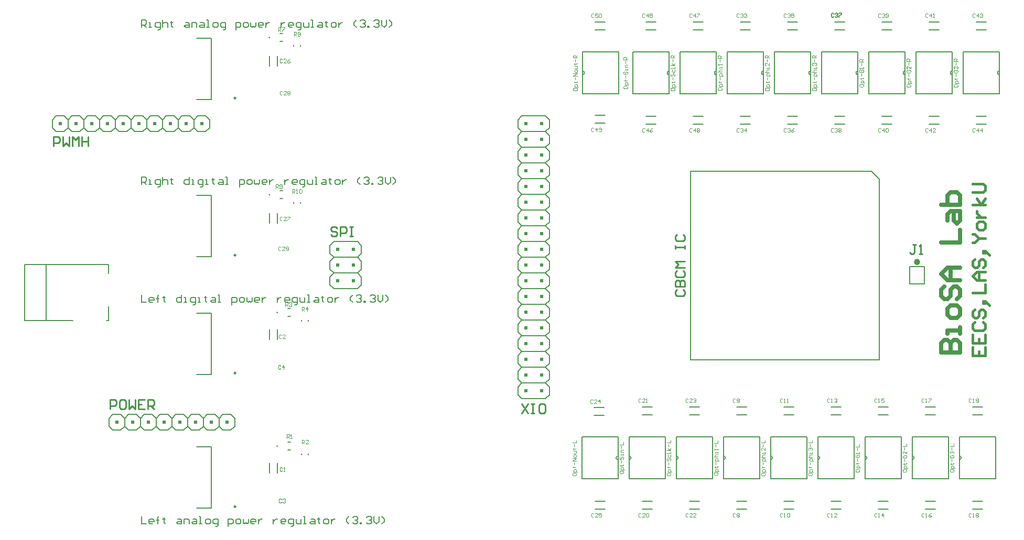
<source format=gto>
%FSLAX25Y25*%
%MOIN*%
G70*
G01*
G75*
G04 Layer_Color=65535*
%ADD10R,0.33858X0.42126*%
%ADD11R,0.14173X0.04528*%
%ADD12R,0.03661X0.03661*%
%ADD13R,0.03500X0.03400*%
%ADD14R,0.03661X0.03661*%
%ADD15R,0.02200X0.06700*%
%ADD16R,0.02178X0.03937*%
%ADD17R,0.03200X0.03000*%
%ADD18C,0.01000*%
%ADD19C,0.04000*%
%ADD20C,0.02000*%
%ADD21C,0.03937*%
%ADD22C,0.06000*%
%ADD23C,0.04724*%
%ADD24R,0.04724X0.04724*%
%ADD25R,0.06000X0.06000*%
%ADD26P,0.06061X8X112.5*%
%ADD27P,0.06605X8X292.5*%
%ADD28P,0.17046X8X112.5*%
%ADD29C,0.07677*%
%ADD30P,0.17046X8X202.5*%
%ADD31P,0.07144X8X292.5*%
%ADD32C,0.05000*%
%ADD33C,0.02000*%
%ADD34C,0.04000*%
%ADD35R,0.07874X0.08661*%
%ADD36R,0.08661X0.07874*%
%ADD37R,0.03400X0.03500*%
%ADD38R,0.01772X0.01575*%
%ADD39R,0.04409X0.06772*%
%ADD40C,0.00984*%
%ADD41C,0.00600*%
%ADD42C,0.00787*%
%ADD43C,0.00500*%
%ADD44C,0.00800*%
%ADD45C,0.00400*%
%ADD46C,0.02800*%
%ADD47C,0.01500*%
%ADD48R,0.02000X0.02000*%
D18*
X618599Y123198D02*
X616599D01*
X617599D01*
Y118200D01*
X616599Y117200D01*
X615600D01*
X614600Y118200D01*
X620598Y117200D02*
X622597D01*
X621598D01*
Y123198D01*
X620598Y122198D01*
X466602Y94499D02*
X465602Y93499D01*
Y91500D01*
X466602Y90500D01*
X470600D01*
X471600Y91500D01*
Y93499D01*
X470600Y94499D01*
X465602Y96498D02*
X471600D01*
Y99497D01*
X470600Y100497D01*
X469601D01*
X468601Y99497D01*
Y96498D01*
Y99497D01*
X467601Y100497D01*
X466602D01*
X465602Y99497D01*
Y96498D01*
X466602Y106495D02*
X465602Y105495D01*
Y103496D01*
X466602Y102496D01*
X470600D01*
X471600Y103496D01*
Y105495D01*
X470600Y106495D01*
X471600Y108494D02*
X465602D01*
X467601Y110494D01*
X465602Y112493D01*
X471600D01*
X465602Y120490D02*
Y122490D01*
Y121490D01*
X471600D01*
Y120490D01*
Y122490D01*
X466602Y129487D02*
X465602Y128488D01*
Y126488D01*
X466602Y125489D01*
X470600D01*
X471600Y126488D01*
Y128488D01*
X470600Y129487D01*
X106100Y18400D02*
Y24398D01*
X109099D01*
X110099Y23398D01*
Y21399D01*
X109099Y20399D01*
X106100D01*
X115097Y24398D02*
X113098D01*
X112098Y23398D01*
Y19400D01*
X113098Y18400D01*
X115097D01*
X116097Y19400D01*
Y23398D01*
X115097Y24398D01*
X118096D02*
Y18400D01*
X120096Y20399D01*
X122095Y18400D01*
Y24398D01*
X128093D02*
X124094D01*
Y18400D01*
X128093D01*
X124094Y21399D02*
X126093D01*
X130092Y18400D02*
Y24398D01*
X133091D01*
X134091Y23398D01*
Y21399D01*
X133091Y20399D01*
X130092D01*
X132092D02*
X134091Y18400D01*
X70100Y185800D02*
Y191798D01*
X73099D01*
X74099Y190798D01*
Y188799D01*
X73099Y187799D01*
X70100D01*
X76098Y191798D02*
Y185800D01*
X78097Y187799D01*
X80097Y185800D01*
Y191798D01*
X82096Y185800D02*
Y191798D01*
X84096Y189799D01*
X86095Y191798D01*
Y185800D01*
X88094Y191798D02*
Y185800D01*
Y188799D01*
X92093D01*
Y191798D01*
Y185800D01*
X250599Y133398D02*
X249599Y134398D01*
X247600D01*
X246600Y133398D01*
Y132399D01*
X247600Y131399D01*
X249599D01*
X250599Y130399D01*
Y129400D01*
X249599Y128400D01*
X247600D01*
X246600Y129400D01*
X252598Y128400D02*
Y134398D01*
X255597D01*
X256597Y133398D01*
Y131399D01*
X255597Y130399D01*
X252598D01*
X258596Y134398D02*
X260595D01*
X259596D01*
Y128400D01*
X258596D01*
X260595D01*
X367770Y21998D02*
X371769Y16000D01*
Y21998D02*
X367770Y16000D01*
X373768Y21998D02*
X375767D01*
X374768D01*
Y16000D01*
X373768D01*
X375767D01*
X381766Y21998D02*
X379766D01*
X378766Y20998D01*
Y17000D01*
X379766Y16000D01*
X381766D01*
X382765Y17000D01*
Y20998D01*
X381766Y21998D01*
D20*
X620138Y112162D02*
G03*
X620138Y112162I-1000J0D01*
G01*
D40*
X185984Y116500D02*
G03*
X185984Y116500I-492J0D01*
G01*
Y216500D02*
G03*
X185984Y216500I-492J0D01*
G01*
Y41500D02*
G03*
X185984Y41500I-492J0D01*
G01*
Y-43500D02*
G03*
X185984Y-43500I-492J0D01*
G01*
D41*
X586000Y-13700D02*
G03*
X586000Y-11300I0J1200D01*
G01*
X611500Y233700D02*
G03*
X611500Y231300I0J-1200D01*
G01*
X616000Y-13700D02*
G03*
X616000Y-11300I0J1200D01*
G01*
X641500Y233700D02*
G03*
X641500Y231300I0J-1200D01*
G01*
X646000Y-13700D02*
G03*
X646000Y-11300I0J1200D01*
G01*
X671500Y233700D02*
G03*
X671500Y231300I0J-1200D01*
G01*
X429000Y-11300D02*
G03*
X429000Y-13700I0J-1200D01*
G01*
X406500Y231300D02*
G03*
X406500Y233700I0J1200D01*
G01*
X496000Y-13700D02*
G03*
X496000Y-11300I0J1200D01*
G01*
X521500Y233700D02*
G03*
X521500Y231300I0J-1200D01*
G01*
X526000Y-13700D02*
G03*
X526000Y-11300I0J1200D01*
G01*
X551500Y233700D02*
G03*
X551500Y231300I0J-1200D01*
G01*
X556000Y-13700D02*
G03*
X556000Y-11300I0J1200D01*
G01*
X581500Y233700D02*
G03*
X581500Y231300I0J-1200D01*
G01*
X466000Y-13700D02*
G03*
X466000Y-11300I0J1200D01*
G01*
X491500Y233700D02*
G03*
X491500Y231300I0J-1200D01*
G01*
X436000Y-13700D02*
G03*
X436000Y-11300I0J1200D01*
G01*
X461500Y233700D02*
G03*
X461500Y231300I0J-1200D01*
G01*
X212657Y-5000D02*
G03*
X212657Y-5000I-300J0D01*
G01*
Y80000D02*
G03*
X212657Y80000I-300J0D01*
G01*
X207657Y255000D02*
G03*
X207657Y255000I-300J0D01*
G01*
Y155000D02*
G03*
X207657Y155000I-300J0D01*
G01*
X614438Y98362D02*
X623838D01*
X614438D02*
Y109362D01*
X623838D01*
Y98362D02*
Y109362D01*
X586000Y-13700D02*
Y-11300D01*
Y-25900D02*
Y-13700D01*
Y-25900D02*
X609000D01*
X586000Y-11300D02*
Y900D01*
X609000D01*
Y-25900D02*
Y900D01*
X588500Y219100D02*
Y245900D01*
Y219100D02*
X611500D01*
X588500Y245900D02*
X611500D01*
Y231300D02*
Y233700D01*
Y219100D02*
Y231300D01*
Y233700D02*
Y245900D01*
X616000Y-13700D02*
Y-11300D01*
Y-25900D02*
Y-13700D01*
Y-25900D02*
X639000D01*
X616000Y-11300D02*
Y900D01*
X639000D01*
Y-25900D02*
Y900D01*
X618500Y219100D02*
Y245900D01*
Y219100D02*
X641500D01*
X618500Y245900D02*
X641500D01*
Y231300D02*
Y233700D01*
Y219100D02*
Y231300D01*
Y233700D02*
Y245900D01*
X646000Y-13700D02*
Y-11300D01*
Y-25900D02*
Y-13700D01*
Y-25900D02*
X669000D01*
X646000Y-11300D02*
Y900D01*
X669000D01*
Y-25900D02*
Y900D01*
X648500Y219100D02*
Y245900D01*
Y219100D02*
X671500D01*
X648500Y245900D02*
X671500D01*
Y231300D02*
Y233700D01*
Y219100D02*
Y231300D01*
Y233700D02*
Y245900D01*
X406000Y-25900D02*
Y900D01*
Y-25900D02*
X429000D01*
X406000Y900D02*
X429000D01*
Y-13700D02*
Y-11300D01*
Y-25900D02*
Y-13700D01*
Y-11300D02*
Y900D01*
X406500Y231300D02*
Y233700D01*
Y219100D02*
Y231300D01*
Y219100D02*
X429500D01*
X406500Y233700D02*
Y245900D01*
X429500D01*
Y219100D02*
Y245900D01*
X496000Y-13700D02*
Y-11300D01*
Y-25900D02*
Y-13700D01*
Y-25900D02*
X519000D01*
X496000Y-11300D02*
Y900D01*
X519000D01*
Y-25900D02*
Y900D01*
X498500Y219100D02*
Y245900D01*
Y219100D02*
X521500D01*
X498500Y245900D02*
X521500D01*
Y231300D02*
Y233700D01*
Y219100D02*
Y231300D01*
Y233700D02*
Y245900D01*
X526000Y-13700D02*
Y-11300D01*
Y-25900D02*
Y-13700D01*
Y-25900D02*
X549000D01*
X526000Y-11300D02*
Y900D01*
X549000D01*
Y-25900D02*
Y900D01*
X528500Y219100D02*
Y245900D01*
Y219100D02*
X551500D01*
X528500Y245900D02*
X551500D01*
Y231300D02*
Y233700D01*
Y219100D02*
Y231300D01*
Y233700D02*
Y245900D01*
X556000Y-13700D02*
Y-11300D01*
Y-25900D02*
Y-13700D01*
Y-25900D02*
X579000D01*
X556000Y-11300D02*
Y900D01*
X579000D01*
Y-25900D02*
Y900D01*
X558500Y219100D02*
Y245900D01*
Y219100D02*
X581500D01*
X558500Y245900D02*
X581500D01*
Y231300D02*
Y233700D01*
Y219100D02*
Y231300D01*
Y233700D02*
Y245900D01*
X466000Y-13700D02*
Y-11300D01*
Y-25900D02*
Y-13700D01*
Y-25900D02*
X489000D01*
X466000Y-11300D02*
Y900D01*
X489000D01*
Y-25900D02*
Y900D01*
X468500Y219100D02*
Y245900D01*
Y219100D02*
X491500D01*
X468500Y245900D02*
X491500D01*
Y231300D02*
Y233700D01*
Y219100D02*
Y231300D01*
Y233700D02*
Y245900D01*
X436000Y-13700D02*
Y-11300D01*
Y-25900D02*
Y-13700D01*
Y-25900D02*
X459000D01*
X436000Y-11300D02*
Y900D01*
X459000D01*
Y-25900D02*
Y900D01*
X438500Y219100D02*
Y245900D01*
Y219100D02*
X461500D01*
X438500Y245900D02*
X461500D01*
Y231300D02*
Y233700D01*
Y219100D02*
Y231300D01*
Y233700D02*
Y245900D01*
X107885Y5100D02*
X112885D01*
X105385Y7600D02*
X107885Y5100D01*
X117885D02*
X122885D01*
X112885D02*
X115385Y7600D01*
X105385D02*
Y12600D01*
X115385Y7600D02*
X117885Y5100D01*
X115385Y7600D02*
Y12600D01*
X125385Y7600D02*
X127885Y5100D01*
X122885D02*
X125385Y7600D01*
X137885Y5100D02*
X142885D01*
X127885D02*
X132885D01*
X135385Y7600D01*
X137885Y5100D01*
X142885D02*
X145385Y7600D01*
X107885Y15100D02*
X112885D01*
X125385Y7600D02*
Y12600D01*
X112885Y15100D02*
X115385Y12600D01*
X105385D02*
X107885Y15100D01*
X115385Y12600D02*
X117885Y15100D01*
X122885D01*
X125385Y12600D01*
X127885Y15100D02*
X132885D01*
X135385Y7600D02*
Y12600D01*
X132885Y15100D02*
X135385Y12600D01*
X125385D02*
X127885Y15100D01*
X135385Y12600D02*
X137885Y15100D01*
X142885D01*
X145385Y12600D01*
X152885Y5100D02*
X155385Y7600D01*
X147885Y5100D02*
X152885D01*
X162885D02*
X165385Y7600D01*
X157885Y5100D02*
X162885D01*
X145385Y7600D02*
X147885Y5100D01*
X155385Y7600D02*
X157885Y5100D01*
X155385Y7600D02*
Y12600D01*
X167885Y5100D02*
X172885D01*
X165385Y7600D02*
X167885Y5100D01*
X177885D02*
X182885D01*
X172885D02*
X175385Y7600D01*
X177885Y5100D01*
X182885D02*
X185385Y7600D01*
Y12600D01*
X145385Y7600D02*
Y12600D01*
X147885Y15100D02*
X152885D01*
X155385Y12600D01*
X145385D02*
X147885Y15100D01*
X155385Y12600D02*
X157885Y15100D01*
X162885D01*
X165385Y12600D01*
Y7600D02*
Y12600D01*
X167885Y15100D01*
X175385Y7600D02*
Y12600D01*
X172885Y15100D02*
X175385Y12600D01*
X167885Y15100D02*
X172885D01*
X175385Y12600D02*
X177885Y15100D01*
X182885D01*
X185385Y12600D01*
X71885Y195100D02*
X76885D01*
X69385Y197600D02*
X71885Y195100D01*
X81885D02*
X86885D01*
X76885D02*
X79385Y197600D01*
X81885Y195100D01*
X79385Y197600D02*
Y202600D01*
X86885Y195100D02*
X89385Y197600D01*
Y202600D01*
Y197600D02*
X91885Y195100D01*
X96885D02*
X99385Y197600D01*
X91885Y195100D02*
X96885D01*
X111885D02*
X116885D01*
X99385Y197600D02*
X101885Y195100D01*
X106885D01*
X109385Y197600D01*
X111885Y195100D01*
X116885D02*
X119385Y197600D01*
X69385D02*
Y202600D01*
X71885Y205100D02*
X76885D01*
X79385Y202600D02*
X81885Y205100D01*
X69385Y202600D02*
X71885Y205100D01*
X76885D02*
X79385Y202600D01*
X89385D02*
X91885Y205100D01*
X81885D02*
X86885D01*
X89385Y202600D01*
X99385Y197600D02*
Y202600D01*
X91885Y205100D02*
X96885D01*
X99385Y202600D02*
X101885Y205100D01*
X109385Y197600D02*
Y202600D01*
X96885Y205100D02*
X99385Y202600D01*
X101885Y205100D02*
X106885D01*
X109385Y202600D01*
X111885Y205100D01*
X116885D01*
X119385Y202600D01*
X121885Y195100D02*
X126885D01*
X119385Y197600D02*
X121885Y195100D01*
X131885D02*
X136885D01*
X126885D02*
X129385Y197600D01*
X131885Y195100D01*
X129385Y197600D02*
Y202600D01*
X136885Y195100D02*
X139385Y197600D01*
Y202600D01*
Y197600D02*
X141885Y195100D01*
X149385Y197600D02*
X151885Y195100D01*
X141885D02*
X146885D01*
X149385Y197600D01*
X166885Y195100D02*
X169385Y197600D01*
X151885Y195100D02*
X156885D01*
X161885D02*
X166885D01*
X156885D02*
X159385Y197600D01*
X161885Y195100D01*
X159385Y197600D02*
Y202600D01*
X119385Y197600D02*
Y202600D01*
X121885Y205100D02*
X126885D01*
X129385Y202600D02*
X131885Y205100D01*
X119385Y202600D02*
X121885Y205100D01*
X126885D02*
X129385Y202600D01*
X139385D02*
X141885Y205100D01*
X131885D02*
X136885D01*
X139385Y202600D01*
X149385Y197600D02*
Y202600D01*
X141885Y205100D02*
X146885D01*
X149385Y202600D02*
X151885Y205100D01*
X169385Y197600D02*
Y202600D01*
X146885Y205100D02*
X149385Y202600D01*
X151885Y205100D02*
X156885D01*
X159385Y202600D01*
X161885Y205100D01*
X166885D01*
X169385Y202600D01*
X219045Y-7468D02*
X220954D01*
X219045Y-2531D02*
X220954D01*
X227900Y-10339D02*
Y-9661D01*
X232100Y-10339D02*
Y-9661D01*
X219045Y77531D02*
X220954D01*
X219045Y82468D02*
X220954D01*
X227900Y74661D02*
Y75339D01*
X232100Y74661D02*
Y75339D01*
X214046Y252532D02*
X215954D01*
X214046Y257469D02*
X215954D01*
X222900Y249661D02*
Y250339D01*
X227100Y249661D02*
Y250339D01*
X214046Y152532D02*
X215954D01*
X214046Y157468D02*
X215954D01*
X222900Y149661D02*
Y150339D01*
X227100Y149661D02*
Y150339D01*
X245885Y97600D02*
Y102600D01*
Y97600D02*
X248385Y95100D01*
X245885Y107600D02*
X248385Y105100D01*
X245885Y102600D02*
X248385Y105100D01*
Y95100D02*
X263385D01*
X248385Y105100D02*
X263385D01*
X245885Y112600D02*
X248385Y115100D01*
X245885Y107600D02*
Y112600D01*
Y117600D02*
Y122600D01*
Y117600D02*
X248385Y115100D01*
X263385D01*
X245885Y122600D02*
X248385Y125100D01*
X263385D01*
Y95100D02*
X265885Y97600D01*
Y102600D01*
X263385Y105100D02*
X265885Y107600D01*
X263385Y105100D02*
X265885Y102600D01*
X263385Y115100D02*
X265885Y112600D01*
Y107600D02*
Y112600D01*
X263385Y115100D02*
X265885Y117600D01*
Y122600D01*
X263385Y125100D02*
X265885Y122600D01*
X365385Y47600D02*
Y52600D01*
Y47600D02*
X367885Y45100D01*
X365385Y52600D02*
X367885Y55100D01*
X365385Y57600D02*
Y62600D01*
Y57600D02*
X367885Y55100D01*
X365385Y62600D02*
X367885Y65100D01*
X365385Y27600D02*
Y32600D01*
Y27600D02*
X367885Y25100D01*
X365385Y32600D02*
X367885Y35100D01*
X365385Y37600D02*
Y42600D01*
Y37600D02*
X367885Y35100D01*
X365385Y42600D02*
X367885Y45100D01*
X365385Y87600D02*
Y92600D01*
Y97600D02*
Y102600D01*
Y107600D02*
X367885Y105100D01*
X365385Y107600D02*
Y112600D01*
X367885Y115100D01*
X365385Y117600D02*
X367885Y115100D01*
X365385Y67600D02*
Y72600D01*
Y67600D02*
X367885Y65100D01*
X365385Y72600D02*
X367885Y75100D01*
X365385Y77600D02*
Y82600D01*
Y77600D02*
X367885Y75100D01*
X365385Y82600D02*
X367885Y85100D01*
Y25100D02*
X382885D01*
X367885Y55100D02*
X382885D01*
X367885Y35100D02*
X382885D01*
X367885Y45100D02*
X382885D01*
X367885Y65100D02*
X382885D01*
X365385Y87600D02*
X367885Y85100D01*
X365385Y102600D02*
X367885Y105100D01*
X365385Y92600D02*
X367885Y95100D01*
X365385Y97600D02*
X367885Y95100D01*
X382885D01*
X367885Y75100D02*
X382885D01*
X367885Y85100D02*
X382885D01*
X367885Y105100D02*
X382885D01*
X367885Y115100D02*
X382885D01*
X365385Y137600D02*
Y142600D01*
X367885Y145100D01*
X365385Y147600D02*
X367885Y145100D01*
X365385Y147600D02*
Y152600D01*
X367885Y155100D01*
X365385Y157600D02*
X367885Y155100D01*
X365385Y117600D02*
Y122600D01*
X367885Y125100D01*
X365385Y127600D02*
X367885Y125100D01*
X365385Y127600D02*
Y132600D01*
X367885Y135100D01*
X365385Y137600D02*
X367885Y135100D01*
X365385Y187600D02*
Y192600D01*
Y187600D02*
X367885Y185100D01*
X365385Y192600D02*
X367885Y195100D01*
X365385Y197600D02*
Y202600D01*
Y197600D02*
X367885Y195100D01*
X365385Y202600D02*
X367885Y205100D01*
X365385Y157600D02*
Y162600D01*
X367885Y165100D01*
X365385Y167600D02*
X367885Y165100D01*
X365385Y167600D02*
Y172600D01*
Y177600D02*
Y182600D01*
Y172600D02*
X367885Y175100D01*
X365385Y177600D02*
X367885Y175100D01*
Y125100D02*
X382885D01*
X367885Y155100D02*
X382885D01*
X367885Y135100D02*
X382885D01*
X367885Y145100D02*
X382885D01*
X365385Y182600D02*
X367885Y185100D01*
Y165100D02*
X382885D01*
X367885Y175100D02*
X382885D01*
X367885Y185100D02*
X382885D01*
X367885Y195100D02*
X382885D01*
X367885Y205100D02*
X382885D01*
Y25100D02*
X385385Y27600D01*
X382885Y45100D02*
X385385Y42600D01*
X382885Y35100D02*
X385385Y32600D01*
X382885Y35100D02*
X385385Y37600D01*
X382885Y65100D02*
X385385Y62600D01*
X382885Y45100D02*
X385385Y47600D01*
X382885Y55100D02*
X385385Y52600D01*
Y47600D02*
Y52600D01*
Y27600D02*
Y32600D01*
Y37600D02*
Y42600D01*
X382885Y65100D02*
X385385Y67600D01*
X382885Y55100D02*
X385385Y57600D01*
Y62600D01*
X382885Y85100D02*
X385385Y87600D01*
X382885Y75100D02*
X385385Y77600D01*
X382885Y85100D02*
X385385Y82600D01*
X382885Y105100D02*
X385385Y107600D01*
X382885Y95100D02*
X385385Y92600D01*
X382885Y95100D02*
X385385Y97600D01*
Y77600D02*
Y82600D01*
Y67600D02*
Y72600D01*
X382885Y75100D02*
X385385Y72600D01*
X382885Y105100D02*
X385385Y102600D01*
Y107600D02*
Y112600D01*
Y87600D02*
Y92600D01*
Y97600D02*
Y102600D01*
X382885Y135100D02*
X385385Y132600D01*
X382885Y135100D02*
X385385Y137600D01*
Y142600D01*
X382885Y125100D02*
X385385Y122600D01*
X382885Y115100D02*
X385385Y112600D01*
X382885Y115100D02*
X385385Y117600D01*
X382885Y155100D02*
X385385Y152600D01*
X382885Y125100D02*
X385385Y127600D01*
X382885Y145100D02*
X385385Y142600D01*
X382885Y145100D02*
X385385Y147600D01*
Y117600D02*
Y122600D01*
Y127600D02*
Y132600D01*
Y157600D02*
Y162600D01*
Y147600D02*
Y152600D01*
X382885Y155100D02*
X385385Y157600D01*
X382885Y175100D02*
X385385Y172600D01*
X382885Y165100D02*
X385385Y162600D01*
X382885Y165100D02*
X385385Y167600D01*
X382885Y185100D02*
X385385Y187600D01*
X382885Y175100D02*
X385385Y177600D01*
X382885Y185100D02*
X385385Y182600D01*
Y187600D02*
Y192600D01*
Y167600D02*
Y172600D01*
Y177600D02*
Y182600D01*
Y197600D02*
Y202600D01*
X382885Y205100D02*
X385385Y202600D01*
X382885Y195100D02*
X385385Y192600D01*
X382885Y195100D02*
X385385Y197600D01*
X566299Y269999D02*
X565900Y270399D01*
X565100D01*
X564700Y269999D01*
Y268400D01*
X565100Y268000D01*
X565900D01*
X566299Y268400D01*
X567099Y269999D02*
X567499Y270399D01*
X568299D01*
X568699Y269999D01*
Y269600D01*
X568299Y269200D01*
X567899D01*
X568299D01*
X568699Y268800D01*
Y268400D01*
X568299Y268000D01*
X567499D01*
X567099Y268400D01*
X569498Y270399D02*
X571098D01*
Y269999D01*
X569498Y268400D01*
Y268000D01*
D42*
X160984Y154488D02*
X170630D01*
Y115512D02*
Y154488D01*
X160984Y115512D02*
X170630D01*
X160984Y254488D02*
X170630D01*
Y215512D02*
Y254488D01*
X160984Y215512D02*
X170630D01*
X160984Y79488D02*
X170630D01*
Y40512D02*
Y79488D01*
X160984Y40512D02*
X170630D01*
X160984Y-5512D02*
X170630D01*
Y-44488D02*
Y-5512D01*
X160984Y-44488D02*
X170630D01*
X475000Y50000D02*
Y170000D01*
Y50000D02*
X595000D01*
X475000Y170000D02*
X590000D01*
X595000Y50000D02*
Y165000D01*
X590000Y170000D02*
X595000Y165000D01*
D43*
X207461Y-22150D02*
Y-15850D01*
X212539Y-22150D02*
Y-15850D01*
X207461Y62850D02*
Y69150D01*
X212539Y62850D02*
Y69150D01*
X504350Y-45039D02*
X510650D01*
X504350Y-39961D02*
X510650D01*
X504350Y14961D02*
X510650D01*
X504350Y20039D02*
X510650D01*
X534350Y-45039D02*
X540650D01*
X534350Y-39961D02*
X540650D01*
X534350Y14961D02*
X540650D01*
X534350Y20039D02*
X540650D01*
X564350Y-45039D02*
X570650D01*
X564350Y-39961D02*
X570650D01*
X564350Y14961D02*
X570650D01*
X564350Y20039D02*
X570650D01*
X594350Y-45039D02*
X600650D01*
X594350Y-39961D02*
X600650D01*
X594350Y14961D02*
X600650D01*
X594350Y20039D02*
X600650D01*
X624350Y-45039D02*
X630650D01*
X624350Y-39961D02*
X630650D01*
X624350Y14961D02*
X630650D01*
X624350Y20039D02*
X630650D01*
X654350Y-45039D02*
X660650D01*
X654350Y-39961D02*
X660650D01*
X654350Y14961D02*
X660650D01*
X654350Y20039D02*
X660650D01*
X444350Y-45039D02*
X450650D01*
X444350Y-39961D02*
X450650D01*
X444350Y14961D02*
X450650D01*
X444350Y20039D02*
X450650D01*
X474350Y-45039D02*
X480650D01*
X474350Y-39961D02*
X480650D01*
X474350Y14961D02*
X480650D01*
X474350Y20039D02*
X480650D01*
X413850Y14461D02*
X420150D01*
X413850Y19539D02*
X420150D01*
X414350Y-45039D02*
X420650D01*
X414350Y-39961D02*
X420650D01*
X207461Y236850D02*
Y243150D01*
X212539Y236850D02*
Y243150D01*
X207461Y136850D02*
Y143150D01*
X212539Y136850D02*
Y143150D01*
X506850Y259961D02*
X513150D01*
X506850Y265039D02*
X513150D01*
X506850Y199961D02*
X513150D01*
X506850Y205039D02*
X513150D01*
X536850Y259961D02*
X543150D01*
X536850Y265039D02*
X543150D01*
X536850Y199961D02*
X543150D01*
X536850Y205039D02*
X543150D01*
X566850Y259961D02*
X573150D01*
X566850Y265039D02*
X573150D01*
X566850Y199961D02*
X573150D01*
X566850Y205039D02*
X573150D01*
X596850Y259961D02*
X603150D01*
X596850Y265039D02*
X603150D01*
X596850Y199961D02*
X603150D01*
X596850Y205039D02*
X603150D01*
X626850Y259961D02*
X633150D01*
X626850Y265039D02*
X633150D01*
X626850Y199961D02*
X633150D01*
X626850Y205039D02*
X633150D01*
X656850Y259961D02*
X663150D01*
X656850Y265039D02*
X663150D01*
X656850Y199961D02*
X663150D01*
X656850Y205039D02*
X663150D01*
X446850Y259961D02*
X453150D01*
X446850Y265039D02*
X453150D01*
X446850Y199961D02*
X453150D01*
X446850Y205039D02*
X453150D01*
X476850Y259961D02*
X483150D01*
X476850Y265039D02*
X483150D01*
X476850Y199961D02*
X483150D01*
X476850Y205039D02*
X483150D01*
X414350Y200461D02*
X420650D01*
X414350Y205539D02*
X420650D01*
X414350Y259961D02*
X420650D01*
X414350Y265039D02*
X420650D01*
X65600Y75100D02*
Y110400D01*
X51900Y75000D02*
Y110400D01*
Y75000D02*
X82500D01*
X51900Y110400D02*
X65600D01*
X105000D01*
Y75000D02*
Y83750D01*
X103750Y75000D02*
X105000D01*
Y105000D02*
Y110400D01*
D44*
X126000Y-49801D02*
Y-54600D01*
X129199D01*
X133198D02*
X131598D01*
X130798Y-53800D01*
Y-52201D01*
X131598Y-51401D01*
X133198D01*
X133997Y-52201D01*
Y-53000D01*
X130798D01*
X136397Y-54600D02*
Y-50601D01*
Y-52201D01*
X135597D01*
X137196D01*
X136397D01*
Y-50601D01*
X137196Y-49801D01*
X140395Y-50601D02*
Y-51401D01*
X139596D01*
X141195D01*
X140395D01*
Y-53800D01*
X141195Y-54600D01*
X149193Y-51401D02*
X150792D01*
X151592Y-52201D01*
Y-54600D01*
X149193D01*
X148393Y-53800D01*
X149193Y-53000D01*
X151592D01*
X153191Y-54600D02*
Y-51401D01*
X155590D01*
X156390Y-52201D01*
Y-54600D01*
X158789Y-51401D02*
X160389D01*
X161189Y-52201D01*
Y-54600D01*
X158789D01*
X157990Y-53800D01*
X158789Y-53000D01*
X161189D01*
X162788Y-54600D02*
X164388D01*
X163588D01*
Y-49801D01*
X162788D01*
X167587Y-54600D02*
X169186D01*
X169986Y-53800D01*
Y-52201D01*
X169186Y-51401D01*
X167587D01*
X166787Y-52201D01*
Y-53800D01*
X167587Y-54600D01*
X173185Y-56200D02*
X173985D01*
X174784Y-55400D01*
Y-51401D01*
X172385D01*
X171585Y-52201D01*
Y-53800D01*
X172385Y-54600D01*
X174784D01*
X181182Y-56200D02*
Y-51401D01*
X183581D01*
X184381Y-52201D01*
Y-53800D01*
X183581Y-54600D01*
X181182D01*
X186780D02*
X188380D01*
X189180Y-53800D01*
Y-52201D01*
X188380Y-51401D01*
X186780D01*
X185981Y-52201D01*
Y-53800D01*
X186780Y-54600D01*
X190779Y-51401D02*
Y-53800D01*
X191579Y-54600D01*
X192379Y-53800D01*
X193178Y-54600D01*
X193978Y-53800D01*
Y-51401D01*
X197977Y-54600D02*
X196377D01*
X195578Y-53800D01*
Y-52201D01*
X196377Y-51401D01*
X197977D01*
X198776Y-52201D01*
Y-53000D01*
X195578D01*
X200376Y-51401D02*
Y-54600D01*
Y-53000D01*
X201176Y-52201D01*
X201975Y-51401D01*
X202775D01*
X209973D02*
Y-54600D01*
Y-53000D01*
X210773Y-52201D01*
X211572Y-51401D01*
X212372D01*
X217171Y-54600D02*
X215571D01*
X214771Y-53800D01*
Y-52201D01*
X215571Y-51401D01*
X217171D01*
X217970Y-52201D01*
Y-53000D01*
X214771D01*
X221169Y-56200D02*
X221969D01*
X222769Y-55400D01*
Y-51401D01*
X220370D01*
X219570Y-52201D01*
Y-53800D01*
X220370Y-54600D01*
X222769D01*
X224368Y-51401D02*
Y-53800D01*
X225168Y-54600D01*
X227567D01*
Y-51401D01*
X229167Y-54600D02*
X230766D01*
X229966D01*
Y-49801D01*
X229167D01*
X233965Y-51401D02*
X235565D01*
X236364Y-52201D01*
Y-54600D01*
X233965D01*
X233165Y-53800D01*
X233965Y-53000D01*
X236364D01*
X238764Y-50601D02*
Y-51401D01*
X237964D01*
X239563D01*
X238764D01*
Y-53800D01*
X239563Y-54600D01*
X242762D02*
X244362D01*
X245162Y-53800D01*
Y-52201D01*
X244362Y-51401D01*
X242762D01*
X241963Y-52201D01*
Y-53800D01*
X242762Y-54600D01*
X246761Y-51401D02*
Y-54600D01*
Y-53000D01*
X247561Y-52201D01*
X248360Y-51401D01*
X249160D01*
X257957Y-54600D02*
X256358Y-53000D01*
Y-51401D01*
X257957Y-49801D01*
X260357Y-50601D02*
X261156Y-49801D01*
X262756D01*
X263556Y-50601D01*
Y-51401D01*
X262756Y-52201D01*
X261956D01*
X262756D01*
X263556Y-53000D01*
Y-53800D01*
X262756Y-54600D01*
X261156D01*
X260357Y-53800D01*
X265155Y-54600D02*
Y-53800D01*
X265955D01*
Y-54600D01*
X265155D01*
X269154Y-50601D02*
X269953Y-49801D01*
X271553D01*
X272353Y-50601D01*
Y-51401D01*
X271553Y-52201D01*
X270753D01*
X271553D01*
X272353Y-53000D01*
Y-53800D01*
X271553Y-54600D01*
X269953D01*
X269154Y-53800D01*
X273952Y-49801D02*
Y-53000D01*
X275552Y-54600D01*
X277151Y-53000D01*
Y-49801D01*
X278751Y-54600D02*
X280350Y-53000D01*
Y-51401D01*
X278751Y-49801D01*
X126000Y91198D02*
Y86400D01*
X129199D01*
X133198D02*
X131598D01*
X130798Y87200D01*
Y88799D01*
X131598Y89599D01*
X133198D01*
X133997Y88799D01*
Y87999D01*
X130798D01*
X136397Y86400D02*
Y90399D01*
Y88799D01*
X135597D01*
X137196D01*
X136397D01*
Y90399D01*
X137196Y91198D01*
X140395Y90399D02*
Y89599D01*
X139596D01*
X141195D01*
X140395D01*
Y87200D01*
X141195Y86400D01*
X151592Y91198D02*
Y86400D01*
X149193D01*
X148393Y87200D01*
Y88799D01*
X149193Y89599D01*
X151592D01*
X153191Y86400D02*
X154791D01*
X153991D01*
Y89599D01*
X153191D01*
X158789Y84800D02*
X159589D01*
X160389Y85600D01*
Y89599D01*
X157990D01*
X157190Y88799D01*
Y87200D01*
X157990Y86400D01*
X160389D01*
X161988D02*
X163588D01*
X162788D01*
Y89599D01*
X161988D01*
X166787Y90399D02*
Y89599D01*
X165987D01*
X167587D01*
X166787D01*
Y87200D01*
X167587Y86400D01*
X170785Y89599D02*
X172385D01*
X173185Y88799D01*
Y86400D01*
X170785D01*
X169986Y87200D01*
X170785Y87999D01*
X173185D01*
X174784Y86400D02*
X176384D01*
X175584D01*
Y91198D01*
X174784D01*
X183581Y84800D02*
Y89599D01*
X185981D01*
X186780Y88799D01*
Y87200D01*
X185981Y86400D01*
X183581D01*
X189180D02*
X190779D01*
X191579Y87200D01*
Y88799D01*
X190779Y89599D01*
X189180D01*
X188380Y88799D01*
Y87200D01*
X189180Y86400D01*
X193178Y89599D02*
Y87200D01*
X193978Y86400D01*
X194778Y87200D01*
X195578Y86400D01*
X196377Y87200D01*
Y89599D01*
X200376Y86400D02*
X198776D01*
X197977Y87200D01*
Y88799D01*
X198776Y89599D01*
X200376D01*
X201176Y88799D01*
Y87999D01*
X197977D01*
X202775Y89599D02*
Y86400D01*
Y87999D01*
X203575Y88799D01*
X204375Y89599D01*
X205174D01*
X212372D02*
Y86400D01*
Y87999D01*
X213172Y88799D01*
X213972Y89599D01*
X214771D01*
X219570Y86400D02*
X217970D01*
X217171Y87200D01*
Y88799D01*
X217970Y89599D01*
X219570D01*
X220370Y88799D01*
Y87999D01*
X217171D01*
X223569Y84800D02*
X224368D01*
X225168Y85600D01*
Y89599D01*
X222769D01*
X221969Y88799D01*
Y87200D01*
X222769Y86400D01*
X225168D01*
X226767Y89599D02*
Y87200D01*
X227567Y86400D01*
X229966D01*
Y89599D01*
X231566Y86400D02*
X233165D01*
X232366D01*
Y91198D01*
X231566D01*
X236364Y89599D02*
X237964D01*
X238764Y88799D01*
Y86400D01*
X236364D01*
X235565Y87200D01*
X236364Y87999D01*
X238764D01*
X241163Y90399D02*
Y89599D01*
X240363D01*
X241963D01*
X241163D01*
Y87200D01*
X241963Y86400D01*
X245162D02*
X246761D01*
X247561Y87200D01*
Y88799D01*
X246761Y89599D01*
X245162D01*
X244362Y88799D01*
Y87200D01*
X245162Y86400D01*
X249160Y89599D02*
Y86400D01*
Y87999D01*
X249960Y88799D01*
X250760Y89599D01*
X251559D01*
X260357Y86400D02*
X258757Y87999D01*
Y89599D01*
X260357Y91198D01*
X262756Y90399D02*
X263556Y91198D01*
X265155D01*
X265955Y90399D01*
Y89599D01*
X265155Y88799D01*
X264355D01*
X265155D01*
X265955Y87999D01*
Y87200D01*
X265155Y86400D01*
X263556D01*
X262756Y87200D01*
X267554Y86400D02*
Y87200D01*
X268354D01*
Y86400D01*
X267554D01*
X271553Y90399D02*
X272353Y91198D01*
X273952D01*
X274752Y90399D01*
Y89599D01*
X273952Y88799D01*
X273152D01*
X273952D01*
X274752Y87999D01*
Y87200D01*
X273952Y86400D01*
X272353D01*
X271553Y87200D01*
X276351Y91198D02*
Y87999D01*
X277951Y86400D01*
X279550Y87999D01*
Y91198D01*
X281150Y86400D02*
X282749Y87999D01*
Y89599D01*
X281150Y91198D01*
X126000Y261400D02*
Y266198D01*
X128399D01*
X129199Y265399D01*
Y263799D01*
X128399Y263000D01*
X126000D01*
X127600D02*
X129199Y261400D01*
X130798D02*
X132398D01*
X131598D01*
Y264599D01*
X130798D01*
X136397Y259801D02*
X137196D01*
X137996Y260600D01*
Y264599D01*
X135597D01*
X134797Y263799D01*
Y262200D01*
X135597Y261400D01*
X137996D01*
X139596Y266198D02*
Y261400D01*
Y263799D01*
X140395Y264599D01*
X141995D01*
X142795Y263799D01*
Y261400D01*
X145194Y265399D02*
Y264599D01*
X144394D01*
X145993D01*
X145194D01*
Y262200D01*
X145993Y261400D01*
X153991Y264599D02*
X155590D01*
X156390Y263799D01*
Y261400D01*
X153991D01*
X153191Y262200D01*
X153991Y263000D01*
X156390D01*
X157990Y261400D02*
Y264599D01*
X160389D01*
X161189Y263799D01*
Y261400D01*
X163588Y264599D02*
X165187D01*
X165987Y263799D01*
Y261400D01*
X163588D01*
X162788Y262200D01*
X163588Y263000D01*
X165987D01*
X167587Y261400D02*
X169186D01*
X168386D01*
Y266198D01*
X167587D01*
X172385Y261400D02*
X173985D01*
X174784Y262200D01*
Y263799D01*
X173985Y264599D01*
X172385D01*
X171585Y263799D01*
Y262200D01*
X172385Y261400D01*
X177983Y259801D02*
X178783D01*
X179583Y260600D01*
Y264599D01*
X177183D01*
X176384Y263799D01*
Y262200D01*
X177183Y261400D01*
X179583D01*
X185981Y259801D02*
Y264599D01*
X188380D01*
X189180Y263799D01*
Y262200D01*
X188380Y261400D01*
X185981D01*
X191579D02*
X193178D01*
X193978Y262200D01*
Y263799D01*
X193178Y264599D01*
X191579D01*
X190779Y263799D01*
Y262200D01*
X191579Y261400D01*
X195578Y264599D02*
Y262200D01*
X196377Y261400D01*
X197177Y262200D01*
X197977Y261400D01*
X198776Y262200D01*
Y264599D01*
X202775Y261400D02*
X201176D01*
X200376Y262200D01*
Y263799D01*
X201176Y264599D01*
X202775D01*
X203575Y263799D01*
Y263000D01*
X200376D01*
X205174Y264599D02*
Y261400D01*
Y263000D01*
X205974Y263799D01*
X206774Y264599D01*
X207574D01*
X214771D02*
Y261400D01*
Y263000D01*
X215571Y263799D01*
X216371Y264599D01*
X217171D01*
X221969Y261400D02*
X220370D01*
X219570Y262200D01*
Y263799D01*
X220370Y264599D01*
X221969D01*
X222769Y263799D01*
Y263000D01*
X219570D01*
X225968Y259801D02*
X226767D01*
X227567Y260600D01*
Y264599D01*
X225168D01*
X224368Y263799D01*
Y262200D01*
X225168Y261400D01*
X227567D01*
X229167Y264599D02*
Y262200D01*
X229966Y261400D01*
X232366D01*
Y264599D01*
X233965Y261400D02*
X235565D01*
X234765D01*
Y266198D01*
X233965D01*
X238764Y264599D02*
X240363D01*
X241163Y263799D01*
Y261400D01*
X238764D01*
X237964Y262200D01*
X238764Y263000D01*
X241163D01*
X243562Y265399D02*
Y264599D01*
X242762D01*
X244362D01*
X243562D01*
Y262200D01*
X244362Y261400D01*
X247561D02*
X249160D01*
X249960Y262200D01*
Y263799D01*
X249160Y264599D01*
X247561D01*
X246761Y263799D01*
Y262200D01*
X247561Y261400D01*
X251559Y264599D02*
Y261400D01*
Y263000D01*
X252359Y263799D01*
X253159Y264599D01*
X253959D01*
X262756Y261400D02*
X261156Y263000D01*
Y264599D01*
X262756Y266198D01*
X265155Y265399D02*
X265955Y266198D01*
X267554D01*
X268354Y265399D01*
Y264599D01*
X267554Y263799D01*
X266755D01*
X267554D01*
X268354Y263000D01*
Y262200D01*
X267554Y261400D01*
X265955D01*
X265155Y262200D01*
X269953Y261400D02*
Y262200D01*
X270753D01*
Y261400D01*
X269953D01*
X273952Y265399D02*
X274752Y266198D01*
X276351D01*
X277151Y265399D01*
Y264599D01*
X276351Y263799D01*
X275552D01*
X276351D01*
X277151Y263000D01*
Y262200D01*
X276351Y261400D01*
X274752D01*
X273952Y262200D01*
X278751Y266198D02*
Y263000D01*
X280350Y261400D01*
X281950Y263000D01*
Y266198D01*
X283549Y261400D02*
X285149Y263000D01*
Y264599D01*
X283549Y266198D01*
X126000Y161400D02*
Y166199D01*
X128399D01*
X129199Y165399D01*
Y163799D01*
X128399Y162999D01*
X126000D01*
X127600D02*
X129199Y161400D01*
X130798D02*
X132398D01*
X131598D01*
Y164599D01*
X130798D01*
X136397Y159801D02*
X137196D01*
X137996Y160600D01*
Y164599D01*
X135597D01*
X134797Y163799D01*
Y162200D01*
X135597Y161400D01*
X137996D01*
X139596Y166199D02*
Y161400D01*
Y163799D01*
X140395Y164599D01*
X141995D01*
X142795Y163799D01*
Y161400D01*
X145194Y165399D02*
Y164599D01*
X144394D01*
X145993D01*
X145194D01*
Y162200D01*
X145993Y161400D01*
X156390Y166199D02*
Y161400D01*
X153991D01*
X153191Y162200D01*
Y163799D01*
X153991Y164599D01*
X156390D01*
X157990Y161400D02*
X159589D01*
X158789D01*
Y164599D01*
X157990D01*
X163588Y159801D02*
X164388D01*
X165187Y160600D01*
Y164599D01*
X162788D01*
X161988Y163799D01*
Y162200D01*
X162788Y161400D01*
X165187D01*
X166787D02*
X168386D01*
X167587D01*
Y164599D01*
X166787D01*
X171585Y165399D02*
Y164599D01*
X170785D01*
X172385D01*
X171585D01*
Y162200D01*
X172385Y161400D01*
X175584Y164599D02*
X177183D01*
X177983Y163799D01*
Y161400D01*
X175584D01*
X174784Y162200D01*
X175584Y162999D01*
X177983D01*
X179583Y161400D02*
X181182D01*
X180382D01*
Y166199D01*
X179583D01*
X188380Y159801D02*
Y164599D01*
X190779D01*
X191579Y163799D01*
Y162200D01*
X190779Y161400D01*
X188380D01*
X193978D02*
X195578D01*
X196377Y162200D01*
Y163799D01*
X195578Y164599D01*
X193978D01*
X193178Y163799D01*
Y162200D01*
X193978Y161400D01*
X197977Y164599D02*
Y162200D01*
X198776Y161400D01*
X199576Y162200D01*
X200376Y161400D01*
X201176Y162200D01*
Y164599D01*
X205174Y161400D02*
X203575D01*
X202775Y162200D01*
Y163799D01*
X203575Y164599D01*
X205174D01*
X205974Y163799D01*
Y162999D01*
X202775D01*
X207574Y164599D02*
Y161400D01*
Y162999D01*
X208373Y163799D01*
X209173Y164599D01*
X209973D01*
X217171D02*
Y161400D01*
Y162999D01*
X217970Y163799D01*
X218770Y164599D01*
X219570D01*
X224368Y161400D02*
X222769D01*
X221969Y162200D01*
Y163799D01*
X222769Y164599D01*
X224368D01*
X225168Y163799D01*
Y162999D01*
X221969D01*
X228367Y159801D02*
X229167D01*
X229966Y160600D01*
Y164599D01*
X227567D01*
X226767Y163799D01*
Y162200D01*
X227567Y161400D01*
X229966D01*
X231566Y164599D02*
Y162200D01*
X232366Y161400D01*
X234765D01*
Y164599D01*
X236364Y161400D02*
X237964D01*
X237164D01*
Y166199D01*
X236364D01*
X241163Y164599D02*
X242762D01*
X243562Y163799D01*
Y161400D01*
X241163D01*
X240363Y162200D01*
X241163Y162999D01*
X243562D01*
X245961Y165399D02*
Y164599D01*
X245162D01*
X246761D01*
X245961D01*
Y162200D01*
X246761Y161400D01*
X249960D02*
X251559D01*
X252359Y162200D01*
Y163799D01*
X251559Y164599D01*
X249960D01*
X249160Y163799D01*
Y162200D01*
X249960Y161400D01*
X253959Y164599D02*
Y161400D01*
Y162999D01*
X254758Y163799D01*
X255558Y164599D01*
X256358D01*
X265155Y161400D02*
X263556Y162999D01*
Y164599D01*
X265155Y166199D01*
X267554Y165399D02*
X268354Y166199D01*
X269953D01*
X270753Y165399D01*
Y164599D01*
X269953Y163799D01*
X269154D01*
X269953D01*
X270753Y162999D01*
Y162200D01*
X269953Y161400D01*
X268354D01*
X267554Y162200D01*
X272353Y161400D02*
Y162200D01*
X273152D01*
Y161400D01*
X272353D01*
X276351Y165399D02*
X277151Y166199D01*
X278751D01*
X279550Y165399D01*
Y164599D01*
X278751Y163799D01*
X277951D01*
X278751D01*
X279550Y162999D01*
Y162200D01*
X278751Y161400D01*
X277151D01*
X276351Y162200D01*
X281150Y166199D02*
Y162999D01*
X282749Y161400D01*
X284349Y162999D01*
Y166199D01*
X285948Y161400D02*
X287548Y162999D01*
Y164599D01*
X285948Y166199D01*
D45*
X413599Y269799D02*
X413200Y270199D01*
X412400D01*
X412000Y269799D01*
Y268200D01*
X412400Y267800D01*
X413200D01*
X413599Y268200D01*
X415999Y270199D02*
X414399D01*
Y269000D01*
X415199Y269399D01*
X415599D01*
X415999Y269000D01*
Y268200D01*
X415599Y267800D01*
X414799D01*
X414399Y268200D01*
X416798Y269799D02*
X417198Y270199D01*
X417998D01*
X418398Y269799D01*
Y268200D01*
X417998Y267800D01*
X417198D01*
X416798Y268200D01*
Y269799D01*
X413599Y197299D02*
X413200Y197699D01*
X412400D01*
X412000Y197299D01*
Y195700D01*
X412400Y195300D01*
X413200D01*
X413599Y195700D01*
X415599Y195300D02*
Y197699D01*
X414399Y196500D01*
X415999D01*
X416798Y195700D02*
X417198Y195300D01*
X417998D01*
X418398Y195700D01*
Y197299D01*
X417998Y197699D01*
X417198D01*
X416798Y197299D01*
Y196899D01*
X417198Y196500D01*
X418398D01*
X413599Y-48201D02*
X413200Y-47801D01*
X412400D01*
X412000Y-48201D01*
Y-49800D01*
X412400Y-50200D01*
X413200D01*
X413599Y-49800D01*
X415999Y-50200D02*
X414399D01*
X415999Y-48601D01*
Y-48201D01*
X415599Y-47801D01*
X414799D01*
X414399Y-48201D01*
X418398Y-47801D02*
X416798D01*
Y-49000D01*
X417598Y-48601D01*
X417998D01*
X418398Y-49000D01*
Y-49800D01*
X417998Y-50200D01*
X417198D01*
X416798Y-49800D01*
X413099Y24299D02*
X412700Y24699D01*
X411900D01*
X411500Y24299D01*
Y22700D01*
X411900Y22300D01*
X412700D01*
X413099Y22700D01*
X415499Y22300D02*
X413899D01*
X415499Y23900D01*
Y24299D01*
X415099Y24699D01*
X414299D01*
X413899Y24299D01*
X417498Y22300D02*
Y24699D01*
X416298Y23500D01*
X417898D01*
X582601Y224900D02*
Y224100D01*
X583001Y223700D01*
X584600D01*
X585000Y224100D01*
Y224900D01*
X584600Y225300D01*
X583001D01*
X582601Y224900D01*
X585800Y226099D02*
X583400D01*
Y227299D01*
X583800Y227699D01*
X584600D01*
X585000Y227299D01*
Y226099D01*
X583001Y228898D02*
X583400D01*
Y228498D01*
Y229298D01*
Y228898D01*
X584600D01*
X585000Y229298D01*
X583800Y230498D02*
Y232097D01*
X583001Y234496D02*
X582601Y234097D01*
Y233297D01*
X583001Y232897D01*
X584600D01*
X585000Y233297D01*
Y234097D01*
X584600Y234496D01*
X583800D01*
Y233697D01*
X585000Y235296D02*
Y236096D01*
Y235696D01*
X582601D01*
X583001Y235296D01*
X583800Y237296D02*
Y238895D01*
X585000Y239695D02*
X582601D01*
Y240894D01*
X583001Y241294D01*
X583800D01*
X584200Y240894D01*
Y239695D01*
Y240494D02*
X585000Y241294D01*
X566100Y196799D02*
X565700Y197199D01*
X564900D01*
X564500Y196799D01*
Y195200D01*
X564900Y194800D01*
X565700D01*
X566100Y195200D01*
X566899Y196799D02*
X567299Y197199D01*
X568099D01*
X568499Y196799D01*
Y196399D01*
X568099Y196000D01*
X567699D01*
X568099D01*
X568499Y195600D01*
Y195200D01*
X568099Y194800D01*
X567299D01*
X566899Y195200D01*
X569298Y196799D02*
X569698Y197199D01*
X570498D01*
X570898Y196799D01*
Y196399D01*
X570498Y196000D01*
X570898Y195600D01*
Y195200D01*
X570498Y194800D01*
X569698D01*
X569298Y195200D01*
Y195600D01*
X569698Y196000D01*
X569298Y196399D01*
Y196799D01*
X569698Y196000D02*
X570498D01*
X215599Y-19001D02*
X215200Y-18601D01*
X214400D01*
X214000Y-19001D01*
Y-20600D01*
X214400Y-21000D01*
X215200D01*
X215599Y-20600D01*
X216399Y-21000D02*
X217199D01*
X216799D01*
Y-18601D01*
X216399Y-19001D01*
X215100Y65499D02*
X214700Y65899D01*
X213900D01*
X213500Y65499D01*
Y63900D01*
X213900Y63500D01*
X214700D01*
X215100Y63900D01*
X217499Y63500D02*
X215899D01*
X217499Y65100D01*
Y65499D01*
X217099Y65899D01*
X216299D01*
X215899Y65499D01*
X215100Y-39001D02*
X214700Y-38601D01*
X213900D01*
X213500Y-39001D01*
Y-40600D01*
X213900Y-41000D01*
X214700D01*
X215100Y-40600D01*
X215899Y-39001D02*
X216299Y-38601D01*
X217099D01*
X217499Y-39001D01*
Y-39401D01*
X217099Y-39800D01*
X216699D01*
X217099D01*
X217499Y-40200D01*
Y-40600D01*
X217099Y-41000D01*
X216299D01*
X215899Y-40600D01*
X214599Y45999D02*
X214200Y46399D01*
X213400D01*
X213000Y45999D01*
Y44400D01*
X213400Y44000D01*
X214200D01*
X214599Y44400D01*
X216599Y44000D02*
Y46399D01*
X215399Y45200D01*
X216999D01*
X503600Y-48201D02*
X503200Y-47801D01*
X502400D01*
X502000Y-48201D01*
Y-49800D01*
X502400Y-50200D01*
X503200D01*
X503600Y-49800D01*
X504399Y-48201D02*
X504799Y-47801D01*
X505599D01*
X505999Y-48201D01*
Y-48601D01*
X505599Y-49000D01*
X505999Y-49400D01*
Y-49800D01*
X505599Y-50200D01*
X504799D01*
X504399Y-49800D01*
Y-49400D01*
X504799Y-49000D01*
X504399Y-48601D01*
Y-48201D01*
X504799Y-49000D02*
X505599D01*
X503600Y24799D02*
X503200Y25199D01*
X502400D01*
X502000Y24799D01*
Y23200D01*
X502400Y22800D01*
X503200D01*
X503600Y23200D01*
X504399D02*
X504799Y22800D01*
X505599D01*
X505999Y23200D01*
Y24799D01*
X505599Y25199D01*
X504799D01*
X504399Y24799D01*
Y24399D01*
X504799Y24000D01*
X505999D01*
X533600Y-48201D02*
X533200Y-47801D01*
X532400D01*
X532000Y-48201D01*
Y-49800D01*
X532400Y-50200D01*
X533200D01*
X533600Y-49800D01*
X534399Y-50200D02*
X535199D01*
X534799D01*
Y-47801D01*
X534399Y-48201D01*
X536399D02*
X536798Y-47801D01*
X537598D01*
X537998Y-48201D01*
Y-49800D01*
X537598Y-50200D01*
X536798D01*
X536399Y-49800D01*
Y-48201D01*
X533600Y24799D02*
X533200Y25199D01*
X532400D01*
X532000Y24799D01*
Y23200D01*
X532400Y22800D01*
X533200D01*
X533600Y23200D01*
X534399Y22800D02*
X535199D01*
X534799D01*
Y25199D01*
X534399Y24799D01*
X536399Y22800D02*
X537198D01*
X536798D01*
Y25199D01*
X536399Y24799D01*
X563599Y-48201D02*
X563200Y-47801D01*
X562400D01*
X562000Y-48201D01*
Y-49800D01*
X562400Y-50200D01*
X563200D01*
X563599Y-49800D01*
X564399Y-50200D02*
X565199D01*
X564799D01*
Y-47801D01*
X564399Y-48201D01*
X567998Y-50200D02*
X566399D01*
X567998Y-48601D01*
Y-48201D01*
X567598Y-47801D01*
X566798D01*
X566399Y-48201D01*
X563599Y24799D02*
X563200Y25199D01*
X562400D01*
X562000Y24799D01*
Y23200D01*
X562400Y22800D01*
X563200D01*
X563599Y23200D01*
X564399Y22800D02*
X565199D01*
X564799D01*
Y25199D01*
X564399Y24799D01*
X566399D02*
X566798Y25199D01*
X567598D01*
X567998Y24799D01*
Y24399D01*
X567598Y24000D01*
X567198D01*
X567598D01*
X567998Y23600D01*
Y23200D01*
X567598Y22800D01*
X566798D01*
X566399Y23200D01*
X593600Y-48201D02*
X593200Y-47801D01*
X592400D01*
X592000Y-48201D01*
Y-49800D01*
X592400Y-50200D01*
X593200D01*
X593600Y-49800D01*
X594399Y-50200D02*
X595199D01*
X594799D01*
Y-47801D01*
X594399Y-48201D01*
X597598Y-50200D02*
Y-47801D01*
X596399Y-49000D01*
X597998D01*
X593600Y24799D02*
X593200Y25199D01*
X592400D01*
X592000Y24799D01*
Y23200D01*
X592400Y22800D01*
X593200D01*
X593600Y23200D01*
X594399Y22800D02*
X595199D01*
X594799D01*
Y25199D01*
X594399Y24799D01*
X597998Y25199D02*
X596399D01*
Y24000D01*
X597198Y24399D01*
X597598D01*
X597998Y24000D01*
Y23200D01*
X597598Y22800D01*
X596798D01*
X596399Y23200D01*
X623599Y-48201D02*
X623200Y-47801D01*
X622400D01*
X622000Y-48201D01*
Y-49800D01*
X622400Y-50200D01*
X623200D01*
X623599Y-49800D01*
X624399Y-50200D02*
X625199D01*
X624799D01*
Y-47801D01*
X624399Y-48201D01*
X627998Y-47801D02*
X627198Y-48201D01*
X626399Y-49000D01*
Y-49800D01*
X626798Y-50200D01*
X627598D01*
X627998Y-49800D01*
Y-49400D01*
X627598Y-49000D01*
X626399D01*
X623599Y24799D02*
X623200Y25199D01*
X622400D01*
X622000Y24799D01*
Y23200D01*
X622400Y22800D01*
X623200D01*
X623599Y23200D01*
X624399Y22800D02*
X625199D01*
X624799D01*
Y25199D01*
X624399Y24799D01*
X626399Y25199D02*
X627998D01*
Y24799D01*
X626399Y23200D01*
Y22800D01*
X653600Y-48201D02*
X653200Y-47801D01*
X652400D01*
X652000Y-48201D01*
Y-49800D01*
X652400Y-50200D01*
X653200D01*
X653600Y-49800D01*
X654399Y-50200D02*
X655199D01*
X654799D01*
Y-47801D01*
X654399Y-48201D01*
X656399D02*
X656798Y-47801D01*
X657598D01*
X657998Y-48201D01*
Y-48601D01*
X657598Y-49000D01*
X657998Y-49400D01*
Y-49800D01*
X657598Y-50200D01*
X656798D01*
X656399Y-49800D01*
Y-49400D01*
X656798Y-49000D01*
X656399Y-48601D01*
Y-48201D01*
X656798Y-49000D02*
X657598D01*
X653600Y24799D02*
X653200Y25199D01*
X652400D01*
X652000Y24799D01*
Y23200D01*
X652400Y22800D01*
X653200D01*
X653600Y23200D01*
X654399Y22800D02*
X655199D01*
X654799D01*
Y25199D01*
X654399Y24799D01*
X656399Y23200D02*
X656798Y22800D01*
X657598D01*
X657998Y23200D01*
Y24799D01*
X657598Y25199D01*
X656798D01*
X656399Y24799D01*
Y24399D01*
X656798Y24000D01*
X657998D01*
X443600Y-48201D02*
X443200Y-47801D01*
X442400D01*
X442000Y-48201D01*
Y-49800D01*
X442400Y-50200D01*
X443200D01*
X443600Y-49800D01*
X445999Y-50200D02*
X444399D01*
X445999Y-48601D01*
Y-48201D01*
X445599Y-47801D01*
X444799D01*
X444399Y-48201D01*
X446798D02*
X447198Y-47801D01*
X447998D01*
X448398Y-48201D01*
Y-49800D01*
X447998Y-50200D01*
X447198D01*
X446798Y-49800D01*
Y-48201D01*
X443600Y24799D02*
X443200Y25199D01*
X442400D01*
X442000Y24799D01*
Y23200D01*
X442400Y22800D01*
X443200D01*
X443600Y23200D01*
X445999Y22800D02*
X444399D01*
X445999Y24399D01*
Y24799D01*
X445599Y25199D01*
X444799D01*
X444399Y24799D01*
X446798Y22800D02*
X447598D01*
X447198D01*
Y25199D01*
X446798Y24799D01*
X473599Y-48201D02*
X473200Y-47801D01*
X472400D01*
X472000Y-48201D01*
Y-49800D01*
X472400Y-50200D01*
X473200D01*
X473599Y-49800D01*
X475999Y-50200D02*
X474399D01*
X475999Y-48601D01*
Y-48201D01*
X475599Y-47801D01*
X474799D01*
X474399Y-48201D01*
X478398Y-50200D02*
X476798D01*
X478398Y-48601D01*
Y-48201D01*
X477998Y-47801D01*
X477198D01*
X476798Y-48201D01*
X473599Y24799D02*
X473200Y25199D01*
X472400D01*
X472000Y24799D01*
Y23200D01*
X472400Y22800D01*
X473200D01*
X473599Y23200D01*
X475999Y22800D02*
X474399D01*
X475999Y24399D01*
Y24799D01*
X475599Y25199D01*
X474799D01*
X474399Y24799D01*
X476798D02*
X477198Y25199D01*
X477998D01*
X478398Y24799D01*
Y24399D01*
X477998Y24000D01*
X477598D01*
X477998D01*
X478398Y23600D01*
Y23200D01*
X477998Y22800D01*
X477198D01*
X476798Y23200D01*
X215599Y240999D02*
X215200Y241399D01*
X214400D01*
X214000Y240999D01*
Y239400D01*
X214400Y239000D01*
X215200D01*
X215599Y239400D01*
X217999Y239000D02*
X216399D01*
X217999Y240599D01*
Y240999D01*
X217599Y241399D01*
X216799D01*
X216399Y240999D01*
X220398Y241399D02*
X219598Y240999D01*
X218798Y240200D01*
Y239400D01*
X219198Y239000D01*
X219998D01*
X220398Y239400D01*
Y239800D01*
X219998Y240200D01*
X218798D01*
X215599Y140499D02*
X215200Y140899D01*
X214400D01*
X214000Y140499D01*
Y138900D01*
X214400Y138500D01*
X215200D01*
X215599Y138900D01*
X217999Y138500D02*
X216399D01*
X217999Y140100D01*
Y140499D01*
X217599Y140899D01*
X216799D01*
X216399Y140499D01*
X218798Y140899D02*
X220398D01*
Y140499D01*
X218798Y138900D01*
Y138500D01*
X215599Y220499D02*
X215200Y220899D01*
X214400D01*
X214000Y220499D01*
Y218900D01*
X214400Y218500D01*
X215200D01*
X215599Y218900D01*
X217999Y218500D02*
X216399D01*
X217999Y220099D01*
Y220499D01*
X217599Y220899D01*
X216799D01*
X216399Y220499D01*
X218798D02*
X219198Y220899D01*
X219998D01*
X220398Y220499D01*
Y220099D01*
X219998Y219700D01*
X220398Y219300D01*
Y218900D01*
X219998Y218500D01*
X219198D01*
X218798Y218900D01*
Y219300D01*
X219198Y219700D01*
X218798Y220099D01*
Y220499D01*
X219198Y219700D02*
X219998D01*
X214599Y121499D02*
X214200Y121899D01*
X213400D01*
X213000Y121499D01*
Y119900D01*
X213400Y119500D01*
X214200D01*
X214599Y119900D01*
X216999Y119500D02*
X215399D01*
X216999Y121099D01*
Y121499D01*
X216599Y121899D01*
X215799D01*
X215399Y121499D01*
X217798Y119900D02*
X218198Y119500D01*
X218998D01*
X219398Y119900D01*
Y121499D01*
X218998Y121899D01*
X218198D01*
X217798Y121499D01*
Y121099D01*
X218198Y120700D01*
X219398D01*
X506100Y269799D02*
X505700Y270199D01*
X504900D01*
X504500Y269799D01*
Y268200D01*
X504900Y267800D01*
X505700D01*
X506100Y268200D01*
X506899Y269799D02*
X507299Y270199D01*
X508099D01*
X508499Y269799D01*
Y269399D01*
X508099Y269000D01*
X507699D01*
X508099D01*
X508499Y268600D01*
Y268200D01*
X508099Y267800D01*
X507299D01*
X506899Y268200D01*
X509298Y269799D02*
X509698Y270199D01*
X510498D01*
X510898Y269799D01*
Y269399D01*
X510498Y269000D01*
X510098D01*
X510498D01*
X510898Y268600D01*
Y268200D01*
X510498Y267800D01*
X509698D01*
X509298Y268200D01*
X506100Y196799D02*
X505700Y197199D01*
X504900D01*
X504500Y196799D01*
Y195200D01*
X504900Y194800D01*
X505700D01*
X506100Y195200D01*
X506899Y196799D02*
X507299Y197199D01*
X508099D01*
X508499Y196799D01*
Y196399D01*
X508099Y196000D01*
X507699D01*
X508099D01*
X508499Y195600D01*
Y195200D01*
X508099Y194800D01*
X507299D01*
X506899Y195200D01*
X510498Y194800D02*
Y197199D01*
X509298Y196000D01*
X510898D01*
X536099Y269799D02*
X535700Y270199D01*
X534900D01*
X534500Y269799D01*
Y268200D01*
X534900Y267800D01*
X535700D01*
X536099Y268200D01*
X536899Y269799D02*
X537299Y270199D01*
X538099D01*
X538499Y269799D01*
Y269399D01*
X538099Y269000D01*
X537699D01*
X538099D01*
X538499Y268600D01*
Y268200D01*
X538099Y267800D01*
X537299D01*
X536899Y268200D01*
X540898Y270199D02*
X539298D01*
Y269000D01*
X540098Y269399D01*
X540498D01*
X540898Y269000D01*
Y268200D01*
X540498Y267800D01*
X539698D01*
X539298Y268200D01*
X536099Y196799D02*
X535700Y197199D01*
X534900D01*
X534500Y196799D01*
Y195200D01*
X534900Y194800D01*
X535700D01*
X536099Y195200D01*
X536899Y196799D02*
X537299Y197199D01*
X538099D01*
X538499Y196799D01*
Y196399D01*
X538099Y196000D01*
X537699D01*
X538099D01*
X538499Y195600D01*
Y195200D01*
X538099Y194800D01*
X537299D01*
X536899Y195200D01*
X540898Y197199D02*
X540098Y196799D01*
X539298Y196000D01*
Y195200D01*
X539698Y194800D01*
X540498D01*
X540898Y195200D01*
Y195600D01*
X540498Y196000D01*
X539298D01*
X596100Y269799D02*
X595700Y270199D01*
X594900D01*
X594500Y269799D01*
Y268200D01*
X594900Y267800D01*
X595700D01*
X596100Y268200D01*
X596899Y269799D02*
X597299Y270199D01*
X598099D01*
X598499Y269799D01*
Y269399D01*
X598099Y269000D01*
X597699D01*
X598099D01*
X598499Y268600D01*
Y268200D01*
X598099Y267800D01*
X597299D01*
X596899Y268200D01*
X599298D02*
X599698Y267800D01*
X600498D01*
X600898Y268200D01*
Y269799D01*
X600498Y270199D01*
X599698D01*
X599298Y269799D01*
Y269399D01*
X599698Y269000D01*
X600898D01*
X596100Y196799D02*
X595700Y197199D01*
X594900D01*
X594500Y196799D01*
Y195200D01*
X594900Y194800D01*
X595700D01*
X596100Y195200D01*
X598099Y194800D02*
Y197199D01*
X596899Y196000D01*
X598499D01*
X599298Y196799D02*
X599698Y197199D01*
X600498D01*
X600898Y196799D01*
Y195200D01*
X600498Y194800D01*
X599698D01*
X599298Y195200D01*
Y196799D01*
X626099Y269799D02*
X625700Y270199D01*
X624900D01*
X624500Y269799D01*
Y268200D01*
X624900Y267800D01*
X625700D01*
X626099Y268200D01*
X628099Y267800D02*
Y270199D01*
X626899Y269000D01*
X628499D01*
X629298Y267800D02*
X630098D01*
X629698D01*
Y270199D01*
X629298Y269799D01*
X626099Y196799D02*
X625700Y197199D01*
X624900D01*
X624500Y196799D01*
Y195200D01*
X624900Y194800D01*
X625700D01*
X626099Y195200D01*
X628099Y194800D02*
Y197199D01*
X626899Y196000D01*
X628499D01*
X630898Y194800D02*
X629298D01*
X630898Y196399D01*
Y196799D01*
X630498Y197199D01*
X629698D01*
X629298Y196799D01*
X656100Y269799D02*
X655700Y270199D01*
X654900D01*
X654500Y269799D01*
Y268200D01*
X654900Y267800D01*
X655700D01*
X656100Y268200D01*
X658099Y267800D02*
Y270199D01*
X656899Y269000D01*
X658499D01*
X659298Y269799D02*
X659698Y270199D01*
X660498D01*
X660898Y269799D01*
Y269399D01*
X660498Y269000D01*
X660098D01*
X660498D01*
X660898Y268600D01*
Y268200D01*
X660498Y267800D01*
X659698D01*
X659298Y268200D01*
X656100Y196799D02*
X655700Y197199D01*
X654900D01*
X654500Y196799D01*
Y195200D01*
X654900Y194800D01*
X655700D01*
X656100Y195200D01*
X658099Y194800D02*
Y197199D01*
X656899Y196000D01*
X658499D01*
X660498Y194800D02*
Y197199D01*
X659298Y196000D01*
X660898D01*
X446100Y269799D02*
X445700Y270199D01*
X444900D01*
X444500Y269799D01*
Y268200D01*
X444900Y267800D01*
X445700D01*
X446100Y268200D01*
X448099Y267800D02*
Y270199D01*
X446899Y269000D01*
X448499D01*
X450898Y270199D02*
X449298D01*
Y269000D01*
X450098Y269399D01*
X450498D01*
X450898Y269000D01*
Y268200D01*
X450498Y267800D01*
X449698D01*
X449298Y268200D01*
X446100Y196799D02*
X445700Y197199D01*
X444900D01*
X444500Y196799D01*
Y195200D01*
X444900Y194800D01*
X445700D01*
X446100Y195200D01*
X448099Y194800D02*
Y197199D01*
X446899Y196000D01*
X448499D01*
X450898Y197199D02*
X450098Y196799D01*
X449298Y196000D01*
Y195200D01*
X449698Y194800D01*
X450498D01*
X450898Y195200D01*
Y195600D01*
X450498Y196000D01*
X449298D01*
X476099Y269799D02*
X475700Y270199D01*
X474900D01*
X474500Y269799D01*
Y268200D01*
X474900Y267800D01*
X475700D01*
X476099Y268200D01*
X478099Y267800D02*
Y270199D01*
X476899Y269000D01*
X478499D01*
X479298Y270199D02*
X480898D01*
Y269799D01*
X479298Y268200D01*
Y267800D01*
X476099Y196799D02*
X475700Y197199D01*
X474900D01*
X474500Y196799D01*
Y195200D01*
X474900Y194800D01*
X475700D01*
X476099Y195200D01*
X478099Y194800D02*
Y197199D01*
X476899Y196000D01*
X478499D01*
X479298Y196799D02*
X479698Y197199D01*
X480498D01*
X480898Y196799D01*
Y196399D01*
X480498Y196000D01*
X480898Y195600D01*
Y195200D01*
X480498Y194800D01*
X479698D01*
X479298Y195200D01*
Y195600D01*
X479698Y196000D01*
X479298Y196399D01*
Y196799D01*
X479698Y196000D02*
X480498D01*
X580101Y-20100D02*
Y-20900D01*
X580501Y-21300D01*
X582100D01*
X582500Y-20900D01*
Y-20100D01*
X582100Y-19701D01*
X580501D01*
X580101Y-20100D01*
X583300Y-18901D02*
X580900D01*
Y-17701D01*
X581300Y-17301D01*
X582100D01*
X582500Y-17701D01*
Y-18901D01*
X580501Y-16102D02*
X580900D01*
Y-16502D01*
Y-15702D01*
Y-16102D01*
X582100D01*
X582500Y-15702D01*
X581300Y-14502D02*
Y-12903D01*
X580501Y-10503D02*
X580101Y-10903D01*
Y-11703D01*
X580501Y-12103D01*
X582100D01*
X582500Y-11703D01*
Y-10903D01*
X582100Y-10503D01*
X581300D01*
Y-11303D01*
X582500Y-9704D02*
Y-8904D01*
Y-9304D01*
X580101D01*
X580501Y-9704D01*
X581300Y-7704D02*
Y-6105D01*
X580101Y-5305D02*
X582500D01*
Y-3706D01*
X612601Y224700D02*
Y223900D01*
X613001Y223500D01*
X614600D01*
X615000Y223900D01*
Y224700D01*
X614600Y225099D01*
X613001D01*
X612601Y224700D01*
X615800Y225899D02*
X613401D01*
Y227099D01*
X613800Y227499D01*
X614600D01*
X615000Y227099D01*
Y225899D01*
X613001Y228698D02*
X613401D01*
Y228298D01*
Y229098D01*
Y228698D01*
X614600D01*
X615000Y229098D01*
X613800Y230298D02*
Y231897D01*
X613001Y234296D02*
X612601Y233897D01*
Y233097D01*
X613001Y232697D01*
X614600D01*
X615000Y233097D01*
Y233897D01*
X614600Y234296D01*
X613800D01*
Y233497D01*
X615000Y236696D02*
Y235096D01*
X613401Y236696D01*
X613001D01*
X612601Y236296D01*
Y235496D01*
X613001Y235096D01*
X613800Y237495D02*
Y239095D01*
X615000Y239895D02*
X612601D01*
Y241094D01*
X613001Y241494D01*
X613800D01*
X614200Y241094D01*
Y239895D01*
Y240694D02*
X615000Y241494D01*
X610101Y-20300D02*
Y-21100D01*
X610501Y-21500D01*
X612100D01*
X612500Y-21100D01*
Y-20300D01*
X612100Y-19900D01*
X610501D01*
X610101Y-20300D01*
X613300Y-19101D02*
X610900D01*
Y-17901D01*
X611300Y-17501D01*
X612100D01*
X612500Y-17901D01*
Y-19101D01*
X610501Y-16302D02*
X610900D01*
Y-16702D01*
Y-15902D01*
Y-16302D01*
X612100D01*
X612500Y-15902D01*
X611300Y-14702D02*
Y-13103D01*
X610501Y-10704D02*
X610101Y-11103D01*
Y-11903D01*
X610501Y-12303D01*
X612100D01*
X612500Y-11903D01*
Y-11103D01*
X612100Y-10704D01*
X611300D01*
Y-11503D01*
X612500Y-8304D02*
Y-9904D01*
X610900Y-8304D01*
X610501D01*
X610101Y-8704D01*
Y-9504D01*
X610501Y-9904D01*
X611300Y-7505D02*
Y-5905D01*
X610101Y-5105D02*
X612500D01*
Y-3506D01*
X642601Y224700D02*
Y223900D01*
X643001Y223500D01*
X644600D01*
X645000Y223900D01*
Y224700D01*
X644600Y225099D01*
X643001D01*
X642601Y224700D01*
X645800Y225899D02*
X643400D01*
Y227099D01*
X643800Y227499D01*
X644600D01*
X645000Y227099D01*
Y225899D01*
X643001Y228698D02*
X643400D01*
Y228298D01*
Y229098D01*
Y228698D01*
X644600D01*
X645000Y229098D01*
X643800Y230298D02*
Y231897D01*
X643001Y234296D02*
X642601Y233897D01*
Y233097D01*
X643001Y232697D01*
X644600D01*
X645000Y233097D01*
Y233897D01*
X644600Y234296D01*
X643800D01*
Y233497D01*
X643001Y235096D02*
X642601Y235496D01*
Y236296D01*
X643001Y236696D01*
X643400D01*
X643800Y236296D01*
Y235896D01*
Y236296D01*
X644200Y236696D01*
X644600D01*
X645000Y236296D01*
Y235496D01*
X644600Y235096D01*
X643800Y237495D02*
Y239095D01*
X645000Y239895D02*
X642601D01*
Y241094D01*
X643001Y241494D01*
X643800D01*
X644200Y241094D01*
Y239895D01*
Y240694D02*
X645000Y241494D01*
X640101Y-20300D02*
Y-21100D01*
X640501Y-21500D01*
X642100D01*
X642500Y-21100D01*
Y-20300D01*
X642100Y-19900D01*
X640501D01*
X640101Y-20300D01*
X643300Y-19101D02*
X640901D01*
Y-17901D01*
X641300Y-17501D01*
X642100D01*
X642500Y-17901D01*
Y-19101D01*
X640501Y-16302D02*
X640901D01*
Y-16702D01*
Y-15902D01*
Y-16302D01*
X642100D01*
X642500Y-15902D01*
X641300Y-14702D02*
Y-13103D01*
X640501Y-10704D02*
X640101Y-11103D01*
Y-11903D01*
X640501Y-12303D01*
X642100D01*
X642500Y-11903D01*
Y-11103D01*
X642100Y-10704D01*
X641300D01*
Y-11503D01*
X640501Y-9904D02*
X640101Y-9504D01*
Y-8704D01*
X640501Y-8304D01*
X640901D01*
X641300Y-8704D01*
Y-9104D01*
Y-8704D01*
X641700Y-8304D01*
X642100D01*
X642500Y-8704D01*
Y-9504D01*
X642100Y-9904D01*
X641300Y-7505D02*
Y-5905D01*
X640101Y-5105D02*
X642500D01*
Y-3506D01*
X400101Y-22500D02*
Y-23300D01*
X400501Y-23700D01*
X402100D01*
X402500Y-23300D01*
Y-22500D01*
X402100Y-22100D01*
X400501D01*
X400101Y-22500D01*
X403300Y-21301D02*
X400901D01*
Y-20101D01*
X401300Y-19701D01*
X402100D01*
X402500Y-20101D01*
Y-21301D01*
X400501Y-18502D02*
X400901D01*
Y-18902D01*
Y-18102D01*
Y-18502D01*
X402100D01*
X402500Y-18102D01*
X401300Y-16902D02*
Y-15303D01*
X402500Y-14503D02*
X400101D01*
X402500Y-12903D01*
X400101D01*
X402500Y-11704D02*
Y-10904D01*
X402100Y-10504D01*
X401300D01*
X400901Y-10904D01*
Y-11704D01*
X401300Y-12104D01*
X402100D01*
X402500Y-11704D01*
X400901Y-9705D02*
X402100D01*
X402500Y-9305D01*
Y-8105D01*
X400901D01*
X400501Y-6905D02*
X400901D01*
Y-7305D01*
Y-6506D01*
Y-6905D01*
X402100D01*
X402500Y-6506D01*
X401300Y-5306D02*
Y-3706D01*
X400101Y-2907D02*
X402500D01*
Y-1307D01*
X490101Y-22300D02*
Y-23100D01*
X490501Y-23500D01*
X492100D01*
X492500Y-23100D01*
Y-22300D01*
X492100Y-21901D01*
X490501D01*
X490101Y-22300D01*
X493300Y-21101D02*
X490901D01*
Y-19901D01*
X491300Y-19501D01*
X492100D01*
X492500Y-19901D01*
Y-21101D01*
X490501Y-18302D02*
X490901D01*
Y-18702D01*
Y-17902D01*
Y-18302D01*
X492100D01*
X492500Y-17902D01*
X491300Y-16702D02*
Y-15103D01*
X493300Y-14303D02*
X490901D01*
Y-13103D01*
X491300Y-12704D01*
X492100D01*
X492500Y-13103D01*
Y-14303D01*
X490101Y-11904D02*
X492500D01*
X491300D01*
X490901Y-11504D01*
Y-10704D01*
X491300Y-10304D01*
X492500D01*
Y-9505D02*
Y-8705D01*
Y-9105D01*
X490901D01*
Y-9505D01*
X492500Y-7505D02*
Y-6706D01*
Y-7105D01*
X490101D01*
X490501Y-7505D01*
X491300Y-5506D02*
Y-3906D01*
X490101Y-3107D02*
X492500D01*
Y-1507D01*
X492601Y222700D02*
Y221900D01*
X493001Y221500D01*
X494600D01*
X495000Y221900D01*
Y222700D01*
X494600Y223099D01*
X493001D01*
X492601Y222700D01*
X495800Y223899D02*
X493400D01*
Y225099D01*
X493800Y225499D01*
X494600D01*
X495000Y225099D01*
Y223899D01*
X493001Y226698D02*
X493400D01*
Y226298D01*
Y227098D01*
Y226698D01*
X494600D01*
X495000Y227098D01*
X493800Y228298D02*
Y229897D01*
X495800Y230697D02*
X493400D01*
Y231897D01*
X493800Y232296D01*
X494600D01*
X495000Y231897D01*
Y230697D01*
X492601Y233096D02*
X495000D01*
X493800D01*
X493400Y233496D01*
Y234296D01*
X493800Y234696D01*
X495000D01*
Y235495D02*
Y236295D01*
Y235895D01*
X493400D01*
Y235495D01*
X495000Y237495D02*
Y238295D01*
Y237895D01*
X492601D01*
X493001Y237495D01*
X493800Y239494D02*
Y241094D01*
X495000Y241893D02*
X492601D01*
Y243093D01*
X493001Y243493D01*
X493800D01*
X494200Y243093D01*
Y241893D01*
Y242693D02*
X495000Y243493D01*
X520101Y-22500D02*
Y-23300D01*
X520501Y-23700D01*
X522100D01*
X522500Y-23300D01*
Y-22500D01*
X522100Y-22100D01*
X520501D01*
X520101Y-22500D01*
X523300Y-21301D02*
X520900D01*
Y-20101D01*
X521300Y-19701D01*
X522100D01*
X522500Y-20101D01*
Y-21301D01*
X520501Y-18502D02*
X520900D01*
Y-18902D01*
Y-18102D01*
Y-18502D01*
X522100D01*
X522500Y-18102D01*
X521300Y-16902D02*
Y-15303D01*
X523300Y-14503D02*
X520900D01*
Y-13303D01*
X521300Y-12903D01*
X522100D01*
X522500Y-13303D01*
Y-14503D01*
X520101Y-12104D02*
X522500D01*
X521300D01*
X520900Y-11704D01*
Y-10904D01*
X521300Y-10504D01*
X522500D01*
Y-9705D02*
Y-8905D01*
Y-9305D01*
X520900D01*
Y-9705D01*
X522500Y-6106D02*
Y-7705D01*
X520900Y-6106D01*
X520501D01*
X520101Y-6506D01*
Y-7305D01*
X520501Y-7705D01*
X521300Y-5306D02*
Y-3706D01*
X520101Y-2907D02*
X522500D01*
Y-1307D01*
X522601Y222500D02*
Y221700D01*
X523001Y221300D01*
X524600D01*
X525000Y221700D01*
Y222500D01*
X524600Y222900D01*
X523001D01*
X522601Y222500D01*
X525800Y223699D02*
X523400D01*
Y224899D01*
X523800Y225299D01*
X524600D01*
X525000Y224899D01*
Y223699D01*
X523001Y226498D02*
X523400D01*
Y226098D01*
Y226898D01*
Y226498D01*
X524600D01*
X525000Y226898D01*
X523800Y228098D02*
Y229697D01*
X525800Y230497D02*
X523400D01*
Y231697D01*
X523800Y232097D01*
X524600D01*
X525000Y231697D01*
Y230497D01*
X522601Y232896D02*
X525000D01*
X523800D01*
X523400Y233296D01*
Y234096D01*
X523800Y234496D01*
X525000D01*
Y235295D02*
Y236095D01*
Y235695D01*
X523400D01*
Y235295D01*
X525000Y238894D02*
Y237295D01*
X523400Y238894D01*
X523001D01*
X522601Y238494D01*
Y237695D01*
X523001Y237295D01*
X523800Y239694D02*
Y241294D01*
X525000Y242093D02*
X522601D01*
Y243293D01*
X523001Y243693D01*
X523800D01*
X524200Y243293D01*
Y242093D01*
Y242893D02*
X525000Y243693D01*
X552601Y222500D02*
Y221700D01*
X553001Y221300D01*
X554600D01*
X555000Y221700D01*
Y222500D01*
X554600Y222900D01*
X553001D01*
X552601Y222500D01*
X555800Y223699D02*
X553401D01*
Y224899D01*
X553800Y225299D01*
X554600D01*
X555000Y224899D01*
Y223699D01*
X553001Y226498D02*
X553401D01*
Y226098D01*
Y226898D01*
Y226498D01*
X554600D01*
X555000Y226898D01*
X553800Y228098D02*
Y229697D01*
X555800Y230497D02*
X553401D01*
Y231697D01*
X553800Y232097D01*
X554600D01*
X555000Y231697D01*
Y230497D01*
X552601Y232896D02*
X555000D01*
X553800D01*
X553401Y233296D01*
Y234096D01*
X553800Y234496D01*
X555000D01*
Y235295D02*
Y236095D01*
Y235695D01*
X553401D01*
Y235295D01*
X553001Y237295D02*
X552601Y237695D01*
Y238494D01*
X553001Y238894D01*
X553401D01*
X553800Y238494D01*
Y238094D01*
Y238494D01*
X554200Y238894D01*
X554600D01*
X555000Y238494D01*
Y237695D01*
X554600Y237295D01*
X553800Y239694D02*
Y241294D01*
X555000Y242093D02*
X552601D01*
Y243293D01*
X553001Y243693D01*
X553800D01*
X554200Y243293D01*
Y242093D01*
Y242893D02*
X555000Y243693D01*
X550101Y-22500D02*
Y-23300D01*
X550501Y-23700D01*
X552100D01*
X552500Y-23300D01*
Y-22500D01*
X552100Y-22100D01*
X550501D01*
X550101Y-22500D01*
X553300Y-21301D02*
X550901D01*
Y-20101D01*
X551300Y-19701D01*
X552100D01*
X552500Y-20101D01*
Y-21301D01*
X550501Y-18502D02*
X550901D01*
Y-18902D01*
Y-18102D01*
Y-18502D01*
X552100D01*
X552500Y-18102D01*
X551300Y-16902D02*
Y-15303D01*
X553300Y-14503D02*
X550901D01*
Y-13303D01*
X551300Y-12903D01*
X552100D01*
X552500Y-13303D01*
Y-14503D01*
X550101Y-12104D02*
X552500D01*
X551300D01*
X550901Y-11704D01*
Y-10904D01*
X551300Y-10504D01*
X552500D01*
Y-9705D02*
Y-8905D01*
Y-9305D01*
X550901D01*
Y-9705D01*
X550501Y-7705D02*
X550101Y-7305D01*
Y-6506D01*
X550501Y-6106D01*
X550901D01*
X551300Y-6506D01*
Y-6905D01*
Y-6506D01*
X551700Y-6106D01*
X552100D01*
X552500Y-6506D01*
Y-7305D01*
X552100Y-7705D01*
X551300Y-5306D02*
Y-3706D01*
X550101Y-2907D02*
X552500D01*
Y-1307D01*
X462601Y222500D02*
Y221700D01*
X463001Y221300D01*
X464600D01*
X465000Y221700D01*
Y222500D01*
X464600Y222900D01*
X463001D01*
X462601Y222500D01*
X465800Y223699D02*
X463401D01*
Y224899D01*
X463800Y225299D01*
X464600D01*
X465000Y224899D01*
Y223699D01*
X463001Y226498D02*
X463401D01*
Y226098D01*
Y226898D01*
Y226498D01*
X464600D01*
X465000Y226898D01*
X463800Y228098D02*
Y229697D01*
X463001Y232097D02*
X462601Y231697D01*
Y230897D01*
X463001Y230497D01*
X463401D01*
X463800Y230897D01*
Y231697D01*
X464200Y232097D01*
X464600D01*
X465000Y231697D01*
Y230897D01*
X464600Y230497D01*
X463401Y234496D02*
Y233296D01*
X463800Y232896D01*
X464600D01*
X465000Y233296D01*
Y234496D01*
Y235295D02*
Y236095D01*
Y235695D01*
X462601D01*
Y235295D01*
X465000Y237295D02*
X462601D01*
X464200D02*
X463401Y238494D01*
X464200Y237295D02*
X465000Y238494D01*
X463800Y239694D02*
Y241294D01*
X465000Y242093D02*
X462601D01*
Y243293D01*
X463001Y243693D01*
X463800D01*
X464200Y243293D01*
Y242093D01*
Y242893D02*
X465000Y243693D01*
X460101Y-22500D02*
Y-23300D01*
X460501Y-23700D01*
X462100D01*
X462500Y-23300D01*
Y-22500D01*
X462100Y-22100D01*
X460501D01*
X460101Y-22500D01*
X463300Y-21301D02*
X460900D01*
Y-20101D01*
X461300Y-19701D01*
X462100D01*
X462500Y-20101D01*
Y-21301D01*
X460501Y-18502D02*
X460900D01*
Y-18902D01*
Y-18102D01*
Y-18502D01*
X462100D01*
X462500Y-18102D01*
X461300Y-16902D02*
Y-15303D01*
X460501Y-12903D02*
X460101Y-13303D01*
Y-14103D01*
X460501Y-14503D01*
X460900D01*
X461300Y-14103D01*
Y-13303D01*
X461700Y-12903D01*
X462100D01*
X462500Y-13303D01*
Y-14103D01*
X462100Y-14503D01*
X460900Y-10504D02*
Y-11704D01*
X461300Y-12104D01*
X462100D01*
X462500Y-11704D01*
Y-10504D01*
Y-9705D02*
Y-8905D01*
Y-9305D01*
X460101D01*
Y-9705D01*
X462500Y-7705D02*
X460101D01*
X461700D02*
X460900Y-6506D01*
X461700Y-7705D02*
X462500Y-6506D01*
X461300Y-5306D02*
Y-3706D01*
X460101Y-2907D02*
X462500D01*
Y-1307D01*
X432601Y223700D02*
Y222900D01*
X433001Y222500D01*
X434600D01*
X435000Y222900D01*
Y223700D01*
X434600Y224099D01*
X433001D01*
X432601Y223700D01*
X435800Y224899D02*
X433400D01*
Y226099D01*
X433800Y226499D01*
X434600D01*
X435000Y226099D01*
Y224899D01*
X433001Y227698D02*
X433400D01*
Y227298D01*
Y228098D01*
Y227698D01*
X434600D01*
X435000Y228098D01*
X433800Y229298D02*
Y230897D01*
X433001Y233296D02*
X432601Y232897D01*
Y232097D01*
X433001Y231697D01*
X433400D01*
X433800Y232097D01*
Y232897D01*
X434200Y233296D01*
X434600D01*
X435000Y232897D01*
Y232097D01*
X434600Y231697D01*
X435000Y234096D02*
Y234896D01*
Y234496D01*
X433400D01*
Y234096D01*
X435000Y236096D02*
X433400D01*
Y237295D01*
X433800Y237695D01*
X435000D01*
X433800Y238495D02*
Y240094D01*
X435000Y240894D02*
X432601D01*
Y242094D01*
X433001Y242494D01*
X433800D01*
X434200Y242094D01*
Y240894D01*
Y241694D02*
X435000Y242494D01*
X430101Y-21300D02*
Y-22100D01*
X430501Y-22500D01*
X432100D01*
X432500Y-22100D01*
Y-21300D01*
X432100Y-20900D01*
X430501D01*
X430101Y-21300D01*
X433300Y-20101D02*
X430900D01*
Y-18901D01*
X431300Y-18501D01*
X432100D01*
X432500Y-18901D01*
Y-20101D01*
X430501Y-17302D02*
X430900D01*
Y-17702D01*
Y-16902D01*
Y-17302D01*
X432100D01*
X432500Y-16902D01*
X431300Y-15702D02*
Y-14103D01*
X430501Y-11704D02*
X430101Y-12103D01*
Y-12903D01*
X430501Y-13303D01*
X430900D01*
X431300Y-12903D01*
Y-12103D01*
X431700Y-11704D01*
X432100D01*
X432500Y-12103D01*
Y-12903D01*
X432100Y-13303D01*
X432500Y-10904D02*
Y-10104D01*
Y-10504D01*
X430900D01*
Y-10904D01*
X432500Y-8904D02*
X430900D01*
Y-7705D01*
X431300Y-7305D01*
X432500D01*
X431300Y-6505D02*
Y-4906D01*
X430101Y-4106D02*
X432500D01*
Y-2506D01*
X218500Y0D02*
Y2399D01*
X219700D01*
X220099Y1999D01*
Y1200D01*
X219700Y800D01*
X218500D01*
X219300D02*
X220099Y0D01*
X220899D02*
X221699D01*
X221299D01*
Y2399D01*
X220899Y1999D01*
X228000Y-3500D02*
Y-1101D01*
X229200D01*
X229599Y-1501D01*
Y-2300D01*
X229200Y-2700D01*
X228000D01*
X228800D02*
X229599Y-3500D01*
X231999D02*
X230399D01*
X231999Y-1901D01*
Y-1501D01*
X231599Y-1101D01*
X230799D01*
X230399Y-1501D01*
X217500Y84000D02*
Y86399D01*
X218700D01*
X219099Y85999D01*
Y85200D01*
X218700Y84800D01*
X217500D01*
X218300D02*
X219099Y84000D01*
X219899Y85999D02*
X220299Y86399D01*
X221099D01*
X221499Y85999D01*
Y85599D01*
X221099Y85200D01*
X220699D01*
X221099D01*
X221499Y84800D01*
Y84400D01*
X221099Y84000D01*
X220299D01*
X219899Y84400D01*
X228000Y81000D02*
Y83399D01*
X229200D01*
X229599Y82999D01*
Y82200D01*
X229200Y81800D01*
X228000D01*
X228800D02*
X229599Y81000D01*
X231599D02*
Y83399D01*
X230399Y82200D01*
X231999D01*
X213000Y259000D02*
Y261399D01*
X214200D01*
X214599Y260999D01*
Y260200D01*
X214200Y259800D01*
X213000D01*
X213800D02*
X214599Y259000D01*
X215399Y261399D02*
X216999D01*
Y260999D01*
X215399Y259400D01*
Y259000D01*
X223000Y256000D02*
Y258399D01*
X224200D01*
X224600Y257999D01*
Y257200D01*
X224200Y256800D01*
X223000D01*
X223800D02*
X224600Y256000D01*
X225399Y257999D02*
X225799Y258399D01*
X226599D01*
X226999Y257999D01*
Y257599D01*
X226599Y257200D01*
X226999Y256800D01*
Y256400D01*
X226599Y256000D01*
X225799D01*
X225399Y256400D01*
Y256800D01*
X225799Y257200D01*
X225399Y257599D01*
Y257999D01*
X225799Y257200D02*
X226599D01*
X211500Y159000D02*
Y161399D01*
X212700D01*
X213100Y160999D01*
Y160200D01*
X212700Y159800D01*
X211500D01*
X212300D02*
X213100Y159000D01*
X213899Y159400D02*
X214299Y159000D01*
X215099D01*
X215499Y159400D01*
Y160999D01*
X215099Y161399D01*
X214299D01*
X213899Y160999D01*
Y160600D01*
X214299Y160200D01*
X215499D01*
X222000Y156000D02*
Y158399D01*
X223200D01*
X223600Y157999D01*
Y157200D01*
X223200Y156800D01*
X222000D01*
X222800D02*
X223600Y156000D01*
X224399D02*
X225199D01*
X224799D01*
Y158399D01*
X224399Y157999D01*
X226399D02*
X226798Y158399D01*
X227598D01*
X227998Y157999D01*
Y156400D01*
X227598Y156000D01*
X226798D01*
X226399Y156400D01*
Y157999D01*
X400601Y222500D02*
Y221700D01*
X401001Y221300D01*
X402600D01*
X403000Y221700D01*
Y222500D01*
X402600Y222900D01*
X401001D01*
X400601Y222500D01*
X403800Y223699D02*
X401401D01*
Y224899D01*
X401800Y225299D01*
X402600D01*
X403000Y224899D01*
Y223699D01*
X401001Y226498D02*
X401401D01*
Y226098D01*
Y226898D01*
Y226498D01*
X402600D01*
X403000Y226898D01*
X401800Y228098D02*
Y229697D01*
X403000Y230497D02*
X400601D01*
X403000Y232097D01*
X400601D01*
X403000Y233296D02*
Y234096D01*
X402600Y234496D01*
X401800D01*
X401401Y234096D01*
Y233296D01*
X401800Y232896D01*
X402600D01*
X403000Y233296D01*
X401401Y235295D02*
X402600D01*
X403000Y235695D01*
Y236895D01*
X401401D01*
X401001Y238094D02*
X401401D01*
Y237695D01*
Y238494D01*
Y238094D01*
X402600D01*
X403000Y238494D01*
X401800Y239694D02*
Y241294D01*
X403000Y242093D02*
X400601D01*
Y243293D01*
X401001Y243693D01*
X401800D01*
X402200Y243293D01*
Y242093D01*
Y242893D02*
X403000Y243693D01*
D46*
X634504Y54500D02*
X646500D01*
Y60498D01*
X644501Y62497D01*
X642501D01*
X640502Y60498D01*
Y54500D01*
Y60498D01*
X638503Y62497D01*
X636503D01*
X634504Y60498D01*
Y54500D01*
X646500Y66496D02*
Y70495D01*
Y68496D01*
X638503D01*
Y66496D01*
X646500Y78492D02*
Y82491D01*
X644501Y84490D01*
X640502D01*
X638503Y82491D01*
Y78492D01*
X640502Y76493D01*
X644501D01*
X646500Y78492D01*
X636503Y96486D02*
X634504Y94487D01*
Y90488D01*
X636503Y88489D01*
X638503D01*
X640502Y90488D01*
Y94487D01*
X642501Y96486D01*
X644501D01*
X646500Y94487D01*
Y90488D01*
X644501Y88489D01*
X646500Y100485D02*
X638503D01*
X634504Y104484D01*
X638503Y108483D01*
X646500D01*
X640502D01*
Y100485D01*
X634504Y124477D02*
X646500D01*
Y132475D01*
X638503Y138473D02*
Y142472D01*
X640502Y144471D01*
X646500D01*
Y138473D01*
X644501Y136474D01*
X642501Y138473D01*
Y144471D01*
X634504Y148470D02*
X646500D01*
Y154468D01*
X644501Y156467D01*
X642501D01*
X640502D01*
X638503Y154468D01*
Y148470D01*
D47*
X654503Y57832D02*
Y52500D01*
X662500D01*
Y57832D01*
X658501Y52500D02*
Y55166D01*
X654503Y65829D02*
Y60497D01*
X662500D01*
Y65829D01*
X658501Y60497D02*
Y63163D01*
X655835Y73826D02*
X654503Y72493D01*
Y69828D01*
X655835Y68495D01*
X661167D01*
X662500Y69828D01*
Y72493D01*
X661167Y73826D01*
X655835Y81824D02*
X654503Y80491D01*
Y77825D01*
X655835Y76492D01*
X657168D01*
X658501Y77825D01*
Y80491D01*
X659834Y81824D01*
X661167D01*
X662500Y80491D01*
Y77825D01*
X661167Y76492D01*
X663833Y85822D02*
X662500Y87155D01*
X661167D01*
Y85822D01*
X662500D01*
Y87155D01*
X663833Y85822D01*
X665166Y84490D01*
X654503Y92487D02*
X662500D01*
Y97819D01*
Y100485D02*
X657168D01*
X654503Y103150D01*
X657168Y105816D01*
X662500D01*
X658501D01*
Y100485D01*
X655835Y113813D02*
X654503Y112481D01*
Y109815D01*
X655835Y108482D01*
X657168D01*
X658501Y109815D01*
Y112481D01*
X659834Y113813D01*
X661167D01*
X662500Y112481D01*
Y109815D01*
X661167Y108482D01*
X663833Y117812D02*
X662500Y119145D01*
X661167D01*
Y117812D01*
X662500D01*
Y119145D01*
X663833Y117812D01*
X665166Y116479D01*
X654503Y124477D02*
X655835D01*
X658501Y127143D01*
X655835Y129808D01*
X654503D01*
X658501Y127143D02*
X662500D01*
Y133807D02*
Y136473D01*
X661167Y137806D01*
X658501D01*
X657168Y136473D01*
Y133807D01*
X658501Y132474D01*
X661167D01*
X662500Y133807D01*
X657168Y140471D02*
X662500D01*
X659834D01*
X658501Y141804D01*
X657168Y143137D01*
Y144470D01*
X662500Y148469D02*
X654503D01*
X659834D02*
X657168Y152468D01*
X659834Y148469D02*
X662500Y152468D01*
X654503Y156466D02*
X661167D01*
X662500Y157799D01*
Y160465D01*
X661167Y161798D01*
X654503D01*
D48*
X110385Y10100D02*
D03*
X120385D02*
D03*
X130385D02*
D03*
X140385D02*
D03*
X160385D02*
D03*
X150385D02*
D03*
X170385D02*
D03*
X180385D02*
D03*
X94385Y200100D02*
D03*
X74385D02*
D03*
X84385D02*
D03*
X104385D02*
D03*
X114385D02*
D03*
X144385D02*
D03*
X124385D02*
D03*
X134385D02*
D03*
X154385D02*
D03*
X164385D02*
D03*
X250885Y110100D02*
D03*
Y100100D02*
D03*
X260885D02*
D03*
X250885Y120100D02*
D03*
X260885Y110100D02*
D03*
Y120100D02*
D03*
X370385Y60100D02*
D03*
Y70100D02*
D03*
Y120100D02*
D03*
Y130100D02*
D03*
Y140100D02*
D03*
Y150100D02*
D03*
Y170100D02*
D03*
Y200100D02*
D03*
Y30100D02*
D03*
Y40100D02*
D03*
Y50100D02*
D03*
X380385Y40100D02*
D03*
Y30100D02*
D03*
Y50100D02*
D03*
Y60100D02*
D03*
X370385Y80100D02*
D03*
Y90100D02*
D03*
Y100100D02*
D03*
X380385Y80100D02*
D03*
Y70100D02*
D03*
Y90100D02*
D03*
Y100100D02*
D03*
Y110100D02*
D03*
X370385D02*
D03*
X380385Y130100D02*
D03*
Y120100D02*
D03*
Y150100D02*
D03*
Y140100D02*
D03*
X370385Y160100D02*
D03*
Y180100D02*
D03*
Y190100D02*
D03*
X380385Y160100D02*
D03*
Y170100D02*
D03*
Y180100D02*
D03*
Y190100D02*
D03*
Y200100D02*
D03*
M02*

</source>
